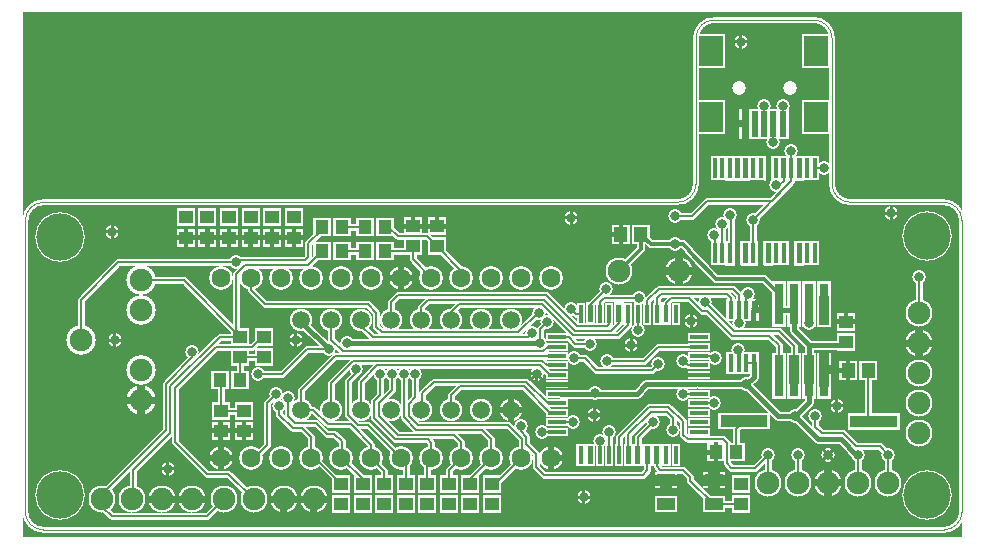
<source format=gbr>
%FSLAX34Y34*%
%MOMM*%
%LNCOPPER_TOP*%
G71*
G01*
%ADD10R, 0.80X1.90*%
%ADD11R, 1.90X0.80*%
%ADD12C, 0.80*%
%ADD13R, 4.40X1.40*%
%ADD14R, 1.20X2.80*%
%ADD15R, 0.85X1.90*%
%ADD16C, 1.90*%
%ADD17R, 1.50X1.60*%
%ADD18C, 0.60*%
%ADD19C, 1.20*%
%ADD20R, 1.60X1.50*%
%ADD21R, 1.90X1.40*%
%ADD22C, 0.50*%
%ADD23C, 1.00*%
%ADD24C, 2.00*%
%ADD25C, 2.50*%
%ADD26C, 2.50*%
%ADD27C, 4.20*%
%ADD28C, 2.30*%
%ADD29C, 0.40*%
%ADD30R, 0.80X2.10*%
%ADD31R, 2.40X2.90*%
%ADD32C, 1.20*%
%ADD33R, 1.00X2.60*%
%ADD34R, 1.20X3.90*%
%ADD35C, 2.30*%
%ADD36C, 0.70*%
%ADD37C, 0.45*%
%ADD38C, 0.37*%
%ADD39C, 0.27*%
%ADD40C, 0.53*%
%ADD41C, 0.63*%
%ADD42R, 0.40X1.50*%
%ADD43R, 1.50X0.40*%
%ADD44R, 4.00X1.00*%
%ADD45R, 0.80X2.40*%
%ADD46R, 0.45X1.50*%
%ADD47C, 1.50*%
%ADD48R, 1.10X1.20*%
%ADD49C, 0.20*%
%ADD50C, 0.80*%
%ADD51R, 1.20X1.10*%
%ADD52R, 1.50X1.00*%
%ADD53C, 0.10*%
%ADD54C, 1.60*%
%ADD55C, 1.90*%
%ADD56C, 1.90*%
%ADD57C, 4.00*%
%ADD58R, 0.40X1.70*%
%ADD59R, 2.00X2.50*%
%ADD60R, 0.60X2.20*%
%ADD61R, 0.80X3.50*%
%ADD62C, 1.90*%
%ADD63C, 0.30*%
%LPD*%
G36*
X0Y1000000D02*
X795000Y1000000D01*
X795000Y556000D01*
X0Y556000D01*
X0Y1000000D01*
G37*
%LPC*%
G36*
X468062Y634612D02*
X476061Y634613D01*
X476062Y615613D01*
X468062Y615612D01*
X468062Y634612D01*
G37*
X472062Y745113D02*
G54D10*
D03*
G36*
X476062Y634612D02*
X484062Y634613D01*
X484062Y615613D01*
X476062Y615612D01*
X476062Y634612D01*
G37*
G36*
X476062Y754612D02*
X484062Y754613D01*
X484062Y735613D01*
X476062Y735612D01*
X476062Y754612D01*
G37*
X488062Y625113D02*
G54D10*
D03*
X488062Y745113D02*
G54D10*
D03*
X496062Y625113D02*
G54D10*
D03*
X496062Y745113D02*
G54D10*
D03*
X504062Y625113D02*
G54D10*
D03*
G36*
X500062Y754612D02*
X508062Y754613D01*
X508062Y735613D01*
X500062Y735612D01*
X500062Y754612D01*
G37*
G36*
X508061Y634612D02*
X516061Y634613D01*
X516062Y615613D01*
X508062Y615612D01*
X508061Y634612D01*
G37*
X512062Y745113D02*
G54D10*
D03*
G36*
X516062Y634612D02*
X524062Y634613D01*
X524062Y615613D01*
X516062Y615612D01*
X516062Y634612D01*
G37*
X520062Y745113D02*
G54D10*
D03*
G36*
X524062Y634612D02*
X532062Y634613D01*
X532062Y615613D01*
X524062Y615612D01*
X524062Y634612D01*
G37*
X528062Y745113D02*
G54D10*
D03*
G36*
X532061Y634612D02*
X540061Y634613D01*
X540063Y615613D01*
X532063Y615612D01*
X532061Y634612D01*
G37*
X536062Y745113D02*
G54D10*
D03*
G36*
X540061Y634612D02*
X548061Y634613D01*
X548062Y615613D01*
X540062Y615612D01*
X540061Y634612D01*
G37*
G36*
X540062Y754613D02*
X548062Y754613D01*
X548062Y735613D01*
X540062Y735613D01*
X540062Y754613D01*
G37*
X552062Y625113D02*
G54D10*
D03*
X552062Y745113D02*
G54D10*
D03*
X452062Y645113D02*
G54D11*
D03*
X572062Y645113D02*
G54D11*
D03*
X452062Y653113D02*
G54D11*
D03*
X572062Y653112D02*
G54D11*
D03*
X452062Y661113D02*
G54D11*
D03*
X572062Y661113D02*
G54D11*
D03*
X452062Y669112D02*
G54D11*
D03*
X572062Y669113D02*
G54D11*
D03*
X452062Y677113D02*
G54D11*
D03*
X572062Y677113D02*
G54D11*
D03*
X452062Y685113D02*
G54D11*
D03*
X572062Y685113D02*
G54D11*
D03*
X452062Y693112D02*
G54D11*
D03*
X572062Y693113D02*
G54D11*
D03*
X452062Y701113D02*
G54D11*
D03*
X572062Y701113D02*
G54D11*
D03*
X452062Y709113D02*
G54D11*
D03*
X572062Y709113D02*
G54D11*
D03*
X452062Y717112D02*
G54D11*
D03*
X572062Y717113D02*
G54D11*
D03*
X452062Y725113D02*
G54D11*
D03*
X572062Y725113D02*
G54D11*
D03*
G54D12*
X455131Y677169D02*
X519424Y677169D01*
X527362Y685106D01*
X568637Y685106D01*
X452066Y685115D02*
G54D11*
D03*
X572062Y693113D02*
G54D11*
D03*
X610225Y653785D02*
G54D13*
D03*
G36*
X697762Y660691D02*
X741762Y660692D01*
X741762Y646692D01*
X697762Y646691D01*
X697762Y660691D01*
G37*
X639705Y697754D02*
G54D14*
D03*
G36*
X646404Y711754D02*
X658404Y711754D01*
X658405Y683754D01*
X646405Y683754D01*
X646404Y711754D01*
G37*
G36*
X659104Y711754D02*
X671104Y711754D01*
X671105Y683754D01*
X659105Y683754D01*
X659104Y711754D01*
G37*
X677805Y697754D02*
G54D14*
D03*
G36*
X671805Y761754D02*
X683805Y761754D01*
X683805Y733754D01*
X671805Y733754D01*
X671805Y761754D01*
G37*
X665105Y747754D02*
G54D14*
D03*
X652405Y747754D02*
G54D14*
D03*
X639705Y747754D02*
G54D14*
D03*
X618233Y748029D02*
G54D15*
D03*
X611883Y748029D02*
G54D15*
D03*
X605533Y748029D02*
G54D15*
D03*
X599183Y748029D02*
G54D15*
D03*
X618233Y703182D02*
G54D15*
D03*
X611883Y703182D02*
G54D15*
D03*
X605533Y703182D02*
G54D15*
D03*
X599183Y703182D02*
G54D15*
D03*
X235197Y663507D02*
G54D16*
D03*
X260597Y663507D02*
G54D16*
D03*
X235197Y739707D02*
G54D16*
D03*
X285997Y663508D02*
G54D16*
D03*
X260597Y739707D02*
G54D16*
D03*
X285997Y739707D02*
G54D16*
D03*
X311397Y739707D02*
G54D16*
D03*
X311397Y663507D02*
G54D16*
D03*
X336797Y663507D02*
G54D16*
D03*
X336797Y739707D02*
G54D16*
D03*
X362197Y663507D02*
G54D16*
D03*
X362197Y739707D02*
G54D16*
D03*
X387597Y663507D02*
G54D16*
D03*
X387597Y739707D02*
G54D16*
D03*
X412997Y663507D02*
G54D16*
D03*
X412997Y739707D02*
G54D16*
D03*
X618234Y748025D02*
G54D15*
D03*
X677802Y697756D02*
G54D14*
D03*
X412995Y663504D02*
G54D16*
D03*
X698102Y696912D02*
G54D17*
D03*
G36*
X707602Y704912D02*
X722602Y704912D01*
X722602Y688912D01*
X707602Y688912D01*
X707602Y704912D01*
G37*
X586581Y627459D02*
G54D17*
D03*
X603581Y627459D02*
G54D17*
D03*
G36*
X690599Y704907D02*
X705599Y704908D01*
X705599Y688908D01*
X690599Y688907D01*
X690599Y704907D01*
G37*
X586584Y627455D02*
G54D17*
D03*
G54D18*
X496062Y745113D02*
X495999Y736506D01*
X494109Y734616D01*
X468312Y734616D01*
X442119Y760809D01*
X317500Y760809D01*
X311547Y754856D01*
X311547Y742636D01*
X311397Y742486D01*
G54D18*
X504062Y745113D02*
X503999Y736965D01*
X497681Y730647D01*
X466725Y730647D01*
X440531Y756841D01*
X342900Y756841D01*
X336947Y750888D01*
X336947Y742636D01*
X336797Y742486D01*
G54D18*
X512062Y745113D02*
X511999Y735440D01*
X503238Y726678D01*
X465138Y726678D01*
X438944Y752872D01*
X369094Y752872D01*
X362347Y746125D01*
X362347Y741048D01*
X362197Y740898D01*
G54D18*
X452062Y709113D02*
X263422Y709113D01*
X234950Y680641D01*
X234950Y663754D01*
X235197Y663507D01*
G54D18*
X260597Y739707D02*
X260597Y722860D01*
X270272Y713184D01*
X439738Y713184D01*
X443706Y717153D01*
X452021Y717153D01*
X452062Y717112D01*
G54D18*
X452062Y701113D02*
X443078Y701113D01*
X438944Y705247D01*
X279400Y705247D01*
X260747Y686594D01*
X260747Y663658D01*
X260597Y663507D01*
G54D18*
X452062Y693112D02*
X445522Y693112D01*
X437356Y701278D01*
X299244Y701278D01*
X285353Y687388D01*
X285353Y664151D01*
X285997Y663508D01*
X519906Y731441D02*
G54D19*
D03*
G54D18*
X520062Y745113D02*
X520062Y731596D01*
X519906Y731441D01*
G54D18*
X452062Y669112D02*
X443725Y669112D01*
X425450Y687388D01*
X347266Y687388D01*
X337344Y677466D01*
X337344Y664054D01*
X336797Y663507D01*
G54D18*
X452062Y661113D02*
X446169Y661113D01*
X423862Y683419D01*
X369491Y683419D01*
X362347Y676275D01*
X362347Y663658D01*
X362197Y663507D01*
X258762Y714772D02*
G54D19*
D03*
X273844Y719931D02*
G54D19*
D03*
X436959Y720328D02*
G54D19*
D03*
X484188Y677466D02*
G54D19*
D03*
G54D12*
X235197Y739707D02*
X235197Y738338D01*
X258762Y714772D01*
G54D12*
X273844Y719931D02*
X436562Y719931D01*
X436959Y720328D01*
G54D18*
X528062Y745113D02*
X528062Y756265D01*
X537766Y765969D01*
X600869Y765969D01*
X606028Y760809D01*
X606028Y752889D01*
X605533Y748029D01*
X521097Y758428D02*
G54D19*
D03*
G54D18*
X488062Y745113D02*
X488062Y754762D01*
X491728Y758428D01*
X521097Y758428D01*
G54D18*
X536062Y745113D02*
X536062Y757915D01*
X540147Y762000D01*
X595312Y762000D01*
X598884Y758428D01*
X598884Y748328D01*
X599183Y748029D01*
G54D12*
X639705Y747754D02*
X652405Y747754D01*
X652405Y731498D01*
X665162Y718741D01*
X665162Y697812D01*
X665105Y697754D01*
X605631Y737394D02*
G54D19*
D03*
X665162Y737394D02*
G54D19*
D03*
G54D18*
X652405Y697754D02*
X652405Y717608D01*
X639762Y730250D01*
X601266Y730250D01*
X577056Y754459D01*
X577056Y754459D02*
G54D19*
D03*
G54D18*
X544062Y745113D02*
X544062Y753612D01*
X548481Y758031D01*
X563562Y758031D01*
X574675Y746919D01*
X579041Y746919D01*
X599678Y726281D01*
X631428Y726281D01*
X639366Y718344D01*
X639366Y698093D01*
X639705Y697754D01*
G54D12*
X572062Y685113D02*
X612088Y685113D01*
X618331Y691356D01*
X618331Y703084D01*
X618233Y703182D01*
X605234Y713978D02*
G54D19*
D03*
X430212Y728266D02*
G54D19*
D03*
X465931Y707231D02*
G54D19*
D03*
G54D18*
X285997Y739707D02*
X285997Y734766D01*
X295672Y725091D01*
X427038Y725091D01*
X430212Y728266D01*
X585788Y707231D02*
G54D19*
D03*
X558403Y705247D02*
G54D19*
D03*
G54D18*
X572062Y701113D02*
X562537Y701113D01*
X558403Y705247D01*
G54D18*
X572062Y709113D02*
X583906Y709113D01*
X585788Y707231D01*
X719762Y653692D02*
G54D19*
D03*
X610225Y653785D02*
G54D19*
D03*
G54D18*
X603581Y627459D02*
X603581Y647142D01*
X610225Y653785D01*
X696681Y738354D02*
G54D20*
D03*
X696681Y721354D02*
G54D20*
D03*
X696677Y738351D02*
G54D20*
D03*
G54D12*
X665162Y718741D02*
X694069Y718741D01*
X696681Y721354D01*
X612088Y685113D02*
G54D19*
D03*
X463947Y749300D02*
G54D19*
D03*
X479822Y719534D02*
G54D19*
D03*
G54D18*
X479822Y719534D02*
X467122Y719534D01*
X461566Y725091D01*
X452084Y725091D01*
X452062Y725113D01*
G54D18*
X472062Y745113D02*
X468134Y745113D01*
X463947Y749300D01*
G54D18*
X715102Y696912D02*
X715102Y658351D01*
X719762Y653692D01*
X732056Y625741D02*
G54D19*
D03*
X706656Y625741D02*
G54D19*
D03*
X681256Y625741D02*
G54D19*
D03*
X655856Y625741D02*
G54D19*
D03*
X630456Y625741D02*
G54D19*
D03*
X533400Y653653D02*
G54D19*
D03*
G54D18*
X520062Y625113D02*
X520062Y640315D01*
X533400Y653653D01*
X550069Y646509D02*
G54D19*
D03*
G54D18*
X512062Y625112D02*
X512062Y643030D01*
X531019Y661988D01*
X544512Y661988D01*
X550069Y656431D01*
X550069Y646509D01*
X670256Y658416D02*
G54D19*
D03*
X653256Y658416D02*
G54D19*
D03*
G54D18*
X670256Y658416D02*
X670256Y649353D01*
X675878Y643731D01*
X694134Y643731D01*
X705247Y632619D01*
X725178Y632619D01*
X732056Y625741D01*
G54D12*
X706656Y625741D02*
X704584Y625741D01*
X691753Y638572D01*
X673100Y638572D01*
X653256Y658416D01*
X514747Y718344D02*
G54D19*
D03*
X584477Y603744D02*
G54D21*
D03*
X584474Y583502D02*
G54D21*
D03*
X543994Y603749D02*
G54D21*
D03*
X543993Y583502D02*
G54D21*
D03*
X465534Y653256D02*
G54D19*
D03*
G54D18*
X452062Y653113D02*
X465391Y653113D01*
X465534Y653256D01*
X281781Y698103D02*
G54D19*
D03*
X434580Y694140D02*
G54D19*
D03*
G54D18*
X281781Y698103D02*
X281781Y695722D01*
G54D22*
G75*
G01X17066Y839391D02*
G03X1588Y823913I0J-15478D01*
G01*
G54D22*
X17066Y839391D02*
X553894Y839371D01*
G54D22*
X1588Y823913D02*
X1444Y577433D01*
G54D22*
G75*
G01X1444Y577433D02*
G03X16922Y561955I15478J0D01*
G01*
G54D22*
G75*
G01X794544Y823913D02*
G03X779066Y839391I-15478J0D01*
G01*
G54D22*
X794544Y823913D02*
X794689Y577433D01*
G54D22*
G75*
G01X779211Y561955D02*
G03X794689Y577433I0J15478D01*
G01*
G54D22*
X16922Y561955D02*
X779211Y561955D01*
X677805Y747754D02*
G54D19*
D03*
X492919Y765572D02*
G54D19*
D03*
G54D18*
X480062Y745113D02*
X480062Y752715D01*
X492919Y765572D01*
X613114Y761645D02*
G54D19*
D03*
G54D23*
X611883Y748029D02*
X611883Y760414D01*
X613114Y761645D01*
G54D18*
X504062Y625113D02*
X504062Y640984D01*
X529431Y666353D01*
X546100Y666353D01*
X558403Y654050D01*
X558403Y642541D01*
X562372Y638572D01*
X592138Y638572D01*
X595312Y635397D01*
X595312Y618331D01*
X599281Y614362D01*
X619077Y614362D01*
X630456Y625741D01*
X446825Y622969D02*
G54D24*
D03*
X421425Y622969D02*
G54D24*
D03*
X396025Y622969D02*
G54D24*
D03*
X370625Y622969D02*
G54D24*
D03*
X446825Y775369D02*
G54D24*
D03*
X421425Y775369D02*
G54D24*
D03*
X396025Y775369D02*
G54D24*
D03*
X370625Y775369D02*
G54D24*
D03*
X345225Y622969D02*
G54D24*
D03*
X345225Y775369D02*
G54D24*
D03*
X319825Y622969D02*
G54D24*
D03*
X294425Y622969D02*
G54D24*
D03*
X319825Y775369D02*
G54D24*
D03*
X294425Y775369D02*
G54D24*
D03*
X269025Y622969D02*
G54D24*
D03*
X269025Y775369D02*
G54D24*
D03*
X243625Y622969D02*
G54D24*
D03*
X243625Y775369D02*
G54D24*
D03*
X218225Y622969D02*
G54D24*
D03*
X218225Y775369D02*
G54D24*
D03*
X192825Y775369D02*
G54D24*
D03*
X167425Y775369D02*
G54D24*
D03*
X192825Y622969D02*
G54D24*
D03*
X167425Y622969D02*
G54D24*
D03*
X446821Y622971D02*
G54D24*
D03*
X167420Y622968D02*
G54D24*
D03*
X281781Y698103D02*
G54D19*
D03*
X302022Y694134D02*
G54D19*
D03*
X311944Y694134D02*
G54D19*
D03*
X321866Y694134D02*
G54D19*
D03*
X331788Y694134D02*
G54D19*
D03*
G54D18*
X281781Y698103D02*
X281781Y695722D01*
X223838Y673894D02*
G54D19*
D03*
G54D18*
X331788Y694134D02*
X331788Y674291D01*
X326231Y668734D01*
X326231Y658416D01*
X334169Y650478D01*
X410369Y650478D01*
X421878Y638969D01*
X421878Y623422D01*
X421425Y622969D01*
G54D18*
X321866Y694134D02*
X321866Y657225D01*
X332581Y646509D01*
X388144Y646509D01*
X396081Y638572D01*
X396081Y623025D01*
X396025Y622969D01*
G54D18*
X311944Y694134D02*
X311944Y680244D01*
X300831Y669131D01*
X300831Y658416D01*
X316706Y642541D01*
X364728Y642541D01*
X370681Y636588D01*
X370681Y623026D01*
X370625Y622969D01*
G54D18*
X302022Y694134D02*
X302022Y676275D01*
X296862Y671116D01*
X296862Y656431D01*
X314722Y638572D01*
X342106Y638572D01*
X345281Y635397D01*
X345281Y623026D01*
X345225Y622969D01*
G54D18*
X281781Y698103D02*
X281781Y694928D01*
X275034Y688181D01*
X275034Y658812D01*
X282972Y650875D01*
X291919Y650875D01*
X319825Y622969D01*
G54D18*
X235197Y663507D02*
X245336Y663507D01*
X257572Y651272D01*
X277019Y651272D01*
X294481Y633809D01*
X294481Y623026D01*
X294425Y622969D01*
G54D18*
X223838Y673894D02*
X223838Y658416D01*
X230188Y652066D01*
X248047Y652066D01*
X256778Y643334D01*
X263128Y643334D01*
X269478Y636984D01*
X269478Y623422D01*
X269025Y622969D01*
X438944Y644922D02*
G54D19*
D03*
G54D18*
X440134Y644922D02*
X451871Y644922D01*
X452062Y645113D01*
X496094Y644525D02*
G54D19*
D03*
X488156Y637381D02*
G54D19*
D03*
G54D18*
X488156Y637381D02*
X488156Y625207D01*
X488062Y625113D01*
G54D18*
X496094Y644525D02*
X496094Y625144D01*
X496062Y625113D01*
G54D18*
X611883Y703182D02*
X618233Y703182D01*
X493712Y705247D02*
G54D19*
D03*
X436166Y745728D02*
G54D19*
D03*
G54D18*
X436166Y745728D02*
X435769Y745728D01*
X419100Y729059D01*
X303212Y729059D01*
X298847Y733425D01*
X298847Y745728D01*
X291703Y752872D01*
X204391Y752872D01*
X192484Y764778D01*
X192484Y775028D01*
X192825Y775369D01*
X421084Y650081D02*
G54D19*
D03*
G54D18*
X421084Y650081D02*
X421084Y645319D01*
X425847Y640556D01*
X425847Y634603D01*
X434181Y626269D01*
X434181Y614759D01*
X440531Y608409D01*
X524272Y608409D01*
X528241Y612378D01*
X528241Y624934D01*
X528062Y625112D01*
X319821Y775371D02*
G54D24*
D03*
X166853Y662946D02*
G54D20*
D03*
X166853Y645946D02*
G54D20*
D03*
X216297Y666750D02*
G54D19*
D03*
G54D18*
X243625Y622969D02*
X243625Y640613D01*
X236141Y648097D01*
X227806Y648097D01*
X216297Y659606D01*
X216297Y666750D01*
X186696Y662946D02*
G54D20*
D03*
X186696Y645946D02*
G54D20*
D03*
X166851Y645951D02*
G54D20*
D03*
X186696Y645946D02*
G54D20*
D03*
X186696Y662946D02*
G54D19*
D03*
G54D18*
X186696Y662946D02*
X166853Y662946D01*
X183291Y688974D02*
G54D17*
D03*
X166291Y688975D02*
G54D17*
D03*
G54D18*
X166853Y662946D02*
X166853Y688412D01*
X166291Y688974D01*
X203762Y708653D02*
G54D20*
D03*
X203763Y725653D02*
G54D20*
D03*
X183125Y708653D02*
G54D20*
D03*
X183125Y725653D02*
G54D20*
D03*
G54D18*
X183291Y688974D02*
X183291Y708487D01*
X183125Y708653D01*
X203762Y708653D01*
G36*
X498118Y820007D02*
X513118Y820007D01*
X513119Y804007D01*
X498119Y804007D01*
X498118Y820007D01*
G37*
G36*
X515118Y820007D02*
X530118Y820007D01*
X530119Y804007D01*
X515119Y804007D01*
X515118Y820007D01*
G37*
X505621Y812002D02*
G54D17*
D03*
X99682Y671508D02*
G54D25*
D03*
X99693Y696913D02*
G54D25*
D03*
X99693Y747713D02*
G54D26*
D03*
X99688Y773111D02*
G54D25*
D03*
X99693Y747716D02*
G54D25*
D03*
X48883Y722321D02*
G54D25*
D03*
X350209Y818918D02*
G54D20*
D03*
X350209Y801918D02*
G54D20*
D03*
X329572Y818918D02*
G54D20*
D03*
X329572Y801918D02*
G54D20*
D03*
G54D18*
X370625Y775369D02*
X370625Y781502D01*
X350209Y801918D01*
G54D18*
X329572Y801918D02*
X329572Y791022D01*
X345225Y775369D01*
X329571Y818918D02*
G54D20*
D03*
X350209Y818918D02*
G54D20*
D03*
X306478Y818541D02*
G54D17*
D03*
X289478Y818541D02*
G54D17*
D03*
X306478Y798300D02*
G54D17*
D03*
X289478Y798300D02*
G54D17*
D03*
G54D18*
X306478Y798300D02*
X325954Y798300D01*
X329572Y801918D01*
G54D18*
X306478Y818541D02*
X308584Y818541D01*
X316706Y810419D01*
X341709Y810419D01*
X350209Y801918D01*
X269568Y818541D02*
G54D17*
D03*
X252568Y818541D02*
G54D17*
D03*
X269568Y798300D02*
G54D17*
D03*
X252568Y798300D02*
G54D17*
D03*
G54D18*
X289478Y818541D02*
X269568Y818541D01*
G54D18*
X269568Y798300D02*
X289478Y798300D01*
X180181Y788591D02*
G54D19*
D03*
X203763Y725653D02*
G54D19*
D03*
X30956Y810022D02*
G54D27*
D03*
G54D18*
X605533Y703182D02*
X605533Y713679D01*
X605234Y713978D01*
X442912Y738188D02*
G54D19*
D03*
G54D18*
X436959Y720328D02*
X436959Y732234D01*
X442912Y738188D01*
X536972Y702072D02*
G54D19*
D03*
G54D18*
X572062Y717113D02*
X536931Y717113D01*
X525066Y705247D01*
X493712Y705247D01*
G54D18*
X465931Y707231D02*
X475059Y707231D01*
X484981Y697309D01*
X532209Y697309D01*
X536972Y702072D01*
X630454Y601929D02*
G54D28*
D03*
X655856Y601928D02*
G54D28*
D03*
X681254Y601929D02*
G54D28*
D03*
X706656Y601928D02*
G54D28*
D03*
X732056Y601928D02*
G54D28*
D03*
G54D18*
X630456Y625741D02*
X630454Y601929D01*
G54D18*
X655856Y625741D02*
X655856Y601928D01*
G54D18*
X706656Y625741D02*
X706656Y601928D01*
G54D18*
X732056Y625741D02*
X732056Y601928D01*
X558403Y677069D02*
G54D19*
D03*
G54D18*
X572062Y677113D02*
X558447Y677113D01*
X558403Y677069D01*
X584597Y669131D02*
G54D19*
D03*
G54D18*
X572062Y669113D02*
X584578Y669113D01*
X584597Y669131D01*
X396644Y600638D02*
G54D20*
D03*
X396644Y583638D02*
G54D20*
D03*
X378387Y600638D02*
G54D20*
D03*
X378387Y583638D02*
G54D20*
D03*
X360131Y600638D02*
G54D20*
D03*
X360131Y583638D02*
G54D20*
D03*
X341875Y600638D02*
G54D20*
D03*
X341875Y583638D02*
G54D20*
D03*
X323619Y600638D02*
G54D20*
D03*
X323619Y583638D02*
G54D20*
D03*
X305362Y600638D02*
G54D20*
D03*
X305362Y583638D02*
G54D20*
D03*
X287106Y600638D02*
G54D20*
D03*
X287106Y583638D02*
G54D20*
D03*
X268850Y600638D02*
G54D20*
D03*
X268850Y583638D02*
G54D20*
D03*
X396645Y583635D02*
G54D19*
D03*
X378389Y583635D02*
G54D19*
D03*
X360133Y583635D02*
G54D19*
D03*
X341877Y583635D02*
G54D19*
D03*
X323620Y583635D02*
G54D19*
D03*
X305364Y583635D02*
G54D19*
D03*
X287108Y583635D02*
G54D19*
D03*
X268852Y583635D02*
G54D19*
D03*
G54D18*
X305362Y600638D02*
X305362Y612031D01*
X294425Y622969D01*
G54D18*
X323619Y600638D02*
X323619Y619175D01*
X319825Y622969D01*
G54D18*
X341877Y600635D02*
X341877Y619621D01*
X345225Y622969D01*
G54D18*
X360133Y600635D02*
X360133Y612477D01*
X370625Y622969D01*
G54D18*
X287106Y600638D02*
X287106Y604888D01*
X269025Y622969D01*
G54D18*
X378387Y600638D02*
X378387Y605332D01*
X396025Y622969D01*
G54D18*
X536062Y625112D02*
X536062Y615669D01*
X538956Y612775D01*
X558403Y612775D01*
X564356Y606822D01*
X564356Y603619D01*
X584474Y583502D01*
X607781Y601034D02*
G54D20*
D03*
X607781Y584034D02*
G54D20*
D03*
X607781Y601034D02*
G54D19*
D03*
G54D18*
X607781Y584034D02*
X585006Y584034D01*
X584474Y583502D01*
X584477Y603744D02*
G54D19*
D03*
X228766Y826460D02*
G54D20*
D03*
X228766Y809460D02*
G54D20*
D03*
X210509Y826460D02*
G54D20*
D03*
X210509Y809460D02*
G54D20*
D03*
X192253Y826460D02*
G54D20*
D03*
X192253Y809460D02*
G54D20*
D03*
X173997Y826460D02*
G54D20*
D03*
X173997Y809460D02*
G54D20*
D03*
X155741Y826460D02*
G54D20*
D03*
X155741Y809460D02*
G54D20*
D03*
G54D18*
X183125Y725653D02*
X183125Y728100D01*
X180181Y731044D01*
X180181Y778669D01*
X187722Y786209D01*
X240477Y786209D01*
X252568Y798300D01*
G54D18*
X252568Y818541D02*
X252568Y815734D01*
X241300Y804466D01*
X241300Y792956D01*
X238522Y790178D01*
X181769Y790178D01*
X180181Y788591D01*
X137484Y826460D02*
G54D20*
D03*
X137484Y809460D02*
G54D20*
D03*
X214081Y676837D02*
G54D19*
D03*
G54D18*
X192825Y622969D02*
X195138Y622969D01*
X206375Y634206D01*
X206375Y669131D01*
X214081Y676837D01*
X142874Y587769D02*
G54D28*
D03*
X66675Y587772D02*
G54D28*
D03*
X92075Y587772D02*
G54D28*
D03*
X117474Y587769D02*
G54D28*
D03*
X30956Y591344D02*
G54D27*
D03*
X245662Y587769D02*
G54D28*
D03*
X169466Y587772D02*
G54D28*
D03*
X194866Y587772D02*
G54D28*
D03*
X220262Y587769D02*
G54D28*
D03*
X765175Y591344D02*
G54D27*
D03*
G54D29*
X243625Y622969D02*
X246519Y622969D01*
X268850Y600638D01*
G54D18*
X396644Y600638D02*
X399093Y600638D01*
X421425Y622969D01*
G54D18*
X183125Y725653D02*
X166059Y725653D01*
X124222Y683816D01*
X124222Y644128D01*
X92472Y612378D01*
X92472Y588168D01*
X92075Y587772D01*
G54D18*
X203762Y725653D02*
X201778Y725653D01*
X193278Y717153D01*
X163116Y717153D01*
X128191Y682228D01*
X128191Y636588D01*
X155575Y609203D01*
X173434Y609203D01*
X194866Y587772D01*
G54D18*
X66675Y587772D02*
X66675Y581422D01*
X74612Y573484D01*
X155178Y573484D01*
X169466Y587772D01*
X198206Y693903D02*
G54D19*
D03*
G54D18*
X198206Y693903D02*
X218843Y693903D01*
X239712Y714772D01*
X258762Y714772D01*
X142643Y712556D02*
G54D19*
D03*
G54D18*
X142643Y712556D02*
X142643Y708190D01*
X120253Y685800D01*
X120253Y646112D01*
X69056Y594916D01*
X69056Y590153D01*
X66675Y587772D01*
X765175Y810419D02*
G54D27*
D03*
X758100Y643725D02*
G54D28*
D03*
X758107Y669130D02*
G54D28*
D03*
X758107Y694530D02*
G54D28*
D03*
X758107Y719930D02*
G54D28*
D03*
X758103Y745329D02*
G54D28*
D03*
X758107Y719930D02*
G54D28*
D03*
X696681Y721354D02*
G54D19*
D03*
G54D18*
X99688Y773111D02*
X135666Y773111D01*
X183125Y725653D01*
G54D18*
X180181Y788591D02*
X80169Y788591D01*
X48419Y756841D01*
X48419Y722786D01*
X48883Y722321D01*
X230584Y722709D02*
G54D19*
D03*
X669732Y796085D02*
G54D30*
D03*
X663232Y796085D02*
G54D30*
D03*
G36*
X652731Y806585D02*
X660731Y806586D01*
X660732Y785586D01*
X652732Y785585D01*
X652731Y806585D01*
G37*
X650232Y796086D02*
G54D30*
D03*
X643732Y796085D02*
G54D30*
D03*
X637232Y796085D02*
G54D30*
D03*
G36*
X626731Y806585D02*
X634731Y806586D01*
X634732Y785586D01*
X626732Y785585D01*
X626731Y806585D01*
G37*
X624232Y796085D02*
G54D30*
D03*
G36*
X613731Y806585D02*
X621731Y806586D01*
X621732Y785586D01*
X613732Y785585D01*
X613731Y806585D01*
G37*
G36*
X607231Y806585D02*
X615231Y806586D01*
X615232Y785586D01*
X607232Y785585D01*
X607231Y806585D01*
G37*
X604732Y796085D02*
G54D30*
D03*
G36*
X594231Y806585D02*
X602231Y806586D01*
X602232Y785586D01*
X594232Y785585D01*
X594231Y806585D01*
G37*
X591732Y796085D02*
G54D30*
D03*
X585232Y796085D02*
G54D30*
D03*
X669732Y868085D02*
G54D30*
D03*
X663232Y868086D02*
G54D30*
D03*
G36*
X652731Y878585D02*
X660731Y878586D01*
X660732Y857586D01*
X652732Y857585D01*
X652731Y878585D01*
G37*
X650232Y868085D02*
G54D30*
D03*
G36*
X639731Y878585D02*
X647731Y878585D01*
X647732Y857585D01*
X639732Y857585D01*
X639731Y878585D01*
G37*
G36*
X633231Y878585D02*
X641231Y878586D01*
X641232Y857586D01*
X633232Y857585D01*
X633231Y878585D01*
G37*
G36*
X626731Y878585D02*
X634731Y878586D01*
X634732Y857586D01*
X626732Y857585D01*
X626731Y878585D01*
G37*
X624232Y868085D02*
G54D30*
D03*
X617732Y868085D02*
G54D30*
D03*
G36*
X607231Y878585D02*
X615231Y878586D01*
X615232Y857586D01*
X607232Y857585D01*
X607231Y878585D01*
G37*
G36*
X600731Y878585D02*
X608731Y878586D01*
X608732Y857586D01*
X600732Y857585D01*
X600731Y878585D01*
G37*
G36*
X594231Y878585D02*
X602231Y878586D01*
X602232Y857586D01*
X594232Y857585D01*
X594231Y878585D01*
G37*
X591732Y868085D02*
G54D30*
D03*
X585232Y868085D02*
G54D30*
D03*
X604731Y796088D02*
G54D30*
D03*
X630732Y868085D02*
G54D30*
D03*
X624237Y796077D02*
G54D30*
D03*
X671402Y967251D02*
G54D31*
D03*
X671402Y911688D02*
G54D31*
D03*
X582502Y911688D02*
G54D31*
D03*
X582502Y967251D02*
G54D31*
D03*
X649177Y936295D02*
G54D32*
D03*
X605521Y936295D02*
G54D32*
D03*
X642971Y905670D02*
G54D33*
D03*
X634971Y905670D02*
G54D33*
D03*
X626971Y905670D02*
G54D33*
D03*
X618971Y905670D02*
G54D33*
D03*
X610971Y905670D02*
G54D33*
D03*
G36*
X605971Y918670D02*
X615971Y918670D01*
X615971Y892670D01*
X605971Y892670D01*
X605971Y918670D01*
G37*
X627062Y920750D02*
G54D19*
D03*
G54D18*
X626971Y905670D02*
X626971Y920658D01*
X627062Y920750D01*
X635000Y890191D02*
G54D19*
D03*
G54D18*
X635000Y890191D02*
X635000Y905640D01*
X634971Y905670D01*
X584994Y812006D02*
G54D19*
D03*
X591741Y821134D02*
G54D19*
D03*
G54D18*
X591732Y796085D02*
X591732Y821126D01*
X591741Y821134D01*
G54D18*
X585232Y796085D02*
X585232Y811768D01*
X584994Y812006D01*
X598488Y828675D02*
G54D19*
D03*
G54D18*
X598628Y796085D02*
X598628Y828419D01*
X598884Y828675D01*
G54D18*
X650232Y868085D02*
X650232Y857004D01*
X617538Y824309D01*
X617538Y796280D01*
X617732Y796086D01*
X617538Y824309D02*
G54D19*
D03*
X650232Y796086D02*
G54D30*
D03*
X642938Y920750D02*
G54D19*
D03*
G54D18*
X642971Y905670D02*
X642971Y920717D01*
X642938Y920750D01*
X650081Y883047D02*
G54D19*
D03*
G54D18*
X650232Y868085D02*
X650232Y882896D01*
X650081Y883047D01*
G54D22*
G75*
G01X684466Y854849D02*
G03X699944Y839371I15478J0D01*
G01*
G54D22*
G75*
G01X553894Y839371D02*
G03X569372Y854849I0J15478D01*
G01*
X677805Y868007D02*
G54D19*
D03*
G54D18*
X669732Y868085D02*
X677727Y868085D01*
X677805Y868007D01*
X636927Y853720D02*
G54D19*
D03*
G54D18*
X636927Y853720D02*
X639804Y853720D01*
X643731Y857647D01*
X643732Y868085D01*
G54D22*
G75*
G01X584850Y993755D02*
G03X569372Y978277I0J-15478D01*
G01*
G54D22*
G75*
G01X684524Y978238D02*
G03X669046Y993716I-15478J0D01*
G01*
G54D22*
X779066Y839391D02*
X699944Y839371D01*
G54D22*
X584850Y993755D02*
X669006Y993755D01*
G54D22*
X569372Y978277D02*
X569372Y854849D01*
G54D22*
X684466Y854849D02*
X684466Y978180D01*
X684524Y978238D01*
X607219Y975122D02*
G54D19*
D03*
X463947Y826294D02*
G54D19*
D03*
X734616Y829866D02*
G54D19*
D03*
X483394Y659209D02*
G54D19*
D03*
X474266Y589359D02*
G54D19*
D03*
X77391Y722312D02*
G54D19*
D03*
X75009Y814388D02*
G54D19*
D03*
X122238Y613569D02*
G54D19*
D03*
X688578Y667147D02*
G54D19*
D03*
X137486Y826457D02*
G54D19*
D03*
X155742Y826457D02*
G54D19*
D03*
X173997Y826460D02*
G54D19*
D03*
X192255Y826457D02*
G54D19*
D03*
X210511Y826457D02*
G54D19*
D03*
X228767Y826457D02*
G54D19*
D03*
X137486Y809457D02*
G54D20*
D03*
X155740Y809460D02*
G54D20*
D03*
X173997Y809460D02*
G54D20*
D03*
X192253Y809460D02*
G54D20*
D03*
X210509Y809460D02*
G54D20*
D03*
X228766Y809460D02*
G54D20*
D03*
X565547Y738981D02*
G54D19*
D03*
X551656Y803672D02*
G54D19*
D03*
X551656Y827881D02*
G54D19*
D03*
G54D18*
X551656Y827881D02*
X565944Y827881D01*
X578644Y840581D01*
X633809Y840581D01*
X650232Y857004D01*
X758182Y776307D02*
G54D19*
D03*
G54D18*
X758103Y745329D02*
X758103Y776227D01*
X758182Y776307D01*
G54D12*
X665105Y697754D02*
X665105Y670264D01*
X653256Y658416D01*
G54D12*
X653256Y658416D02*
X638784Y658416D01*
X612088Y685113D01*
X639762Y692150D02*
G54D34*
D03*
X652462Y692150D02*
G54D34*
D03*
X665162Y692150D02*
G54D34*
D03*
X677862Y692547D02*
G54D34*
D03*
X639762Y753269D02*
G54D34*
D03*
X652462Y753269D02*
G54D34*
D03*
X665162Y753269D02*
G54D34*
D03*
X677862Y753269D02*
G54D34*
D03*
X554829Y781051D02*
G54D35*
D03*
X503832Y781050D02*
G54D35*
D03*
G54D36*
X522618Y812007D02*
X522618Y799838D01*
X503832Y781050D01*
G54D36*
X639762Y753269D02*
X639762Y761603D01*
X626666Y774700D01*
X586184Y774700D01*
X563166Y797719D01*
X563166Y799306D01*
X558800Y803672D01*
X551656Y803672D01*
G54D36*
X551656Y803672D02*
X530953Y803672D01*
X522618Y812007D01*
%LPD*%
G54D29*
G36*
X452066Y687115D02*
X462066Y687115D01*
X462066Y683115D01*
X452066Y683115D01*
X452066Y687115D01*
G37*
G36*
X452066Y683115D02*
X442066Y683115D01*
X442066Y687115D01*
X452066Y687115D01*
X452066Y683115D01*
G37*
G54D29*
G36*
X572062Y695113D02*
X582062Y695112D01*
X582062Y691112D01*
X572062Y691113D01*
X572062Y695113D01*
G37*
G36*
X572062Y691113D02*
X562062Y691113D01*
X562062Y695113D01*
X572062Y695113D01*
X572062Y691113D01*
G37*
G54D37*
G36*
X620484Y748025D02*
X620484Y738025D01*
X615984Y738025D01*
X615984Y748025D01*
X620484Y748025D01*
G37*
G36*
X616180Y748944D02*
X620634Y758900D01*
X624742Y757063D01*
X620288Y747106D01*
X616180Y748944D01*
G37*
G36*
X618234Y750275D02*
X622984Y750275D01*
X622984Y745775D01*
X618234Y745775D01*
X618234Y750275D01*
G37*
G54D12*
G36*
X673802Y697756D02*
X673802Y712256D01*
X681802Y712256D01*
X681802Y697756D01*
X673802Y697756D01*
G37*
G36*
X677802Y701756D02*
X684302Y701756D01*
X684302Y693756D01*
X677802Y693756D01*
X677802Y701756D01*
G37*
G36*
X681802Y697756D02*
X681802Y683256D01*
X673802Y683256D01*
X673802Y697756D01*
X681802Y697756D01*
G37*
G54D22*
G36*
X412995Y661004D02*
X402995Y661004D01*
X402995Y666004D01*
X412995Y666004D01*
X412995Y661004D01*
G37*
G36*
X410495Y663504D02*
X410495Y673504D01*
X415495Y673504D01*
X415495Y663504D01*
X410495Y663504D01*
G37*
G36*
X412995Y666004D02*
X422995Y666004D01*
X422995Y661004D01*
X412995Y661004D01*
X412995Y666004D01*
G37*
G36*
X415495Y663504D02*
X415495Y653504D01*
X410495Y653504D01*
X410495Y663504D01*
X415495Y663504D01*
G37*
G54D38*
G36*
X696265Y696908D02*
X696265Y705408D01*
X699932Y705408D01*
X699932Y696908D01*
X696265Y696908D01*
G37*
G36*
X699932Y696908D02*
X699932Y688408D01*
X696265Y688408D01*
X696265Y696908D01*
X699932Y696908D01*
G37*
G36*
X698099Y695074D02*
X690099Y695074D01*
X690099Y698741D01*
X698099Y698741D01*
X698099Y695074D01*
G37*
G54D38*
G36*
X584750Y627455D02*
X584750Y635955D01*
X588417Y635955D01*
X588417Y627455D01*
X584750Y627455D01*
G37*
G36*
X588417Y627455D02*
X588417Y618955D01*
X584750Y618955D01*
X584750Y627455D01*
X588417Y627455D01*
G37*
G36*
X586584Y625622D02*
X578584Y625622D01*
X578584Y629288D01*
X586584Y629288D01*
X586584Y625622D01*
G37*
G54D38*
G36*
X696677Y740184D02*
X705177Y740184D01*
X705177Y736518D01*
X696677Y736518D01*
X696677Y740184D01*
G37*
G36*
X696677Y736518D02*
X688177Y736518D01*
X688177Y740184D01*
X696677Y740184D01*
X696677Y736518D01*
G37*
G36*
X694844Y738351D02*
X694844Y746351D01*
X698510Y746351D01*
X698510Y738351D01*
X694844Y738351D01*
G37*
G54D39*
G36*
X682199Y626684D02*
X686795Y622088D01*
X684909Y620202D01*
X680313Y624798D01*
X682199Y626684D01*
G37*
G36*
X682199Y624798D02*
X677602Y620202D01*
X675717Y622088D01*
X680313Y626684D01*
X682199Y624798D01*
G37*
G36*
X680313Y624798D02*
X675717Y629394D01*
X677602Y631280D01*
X682199Y626684D01*
X680313Y624798D01*
G37*
G36*
X680313Y626684D02*
X684909Y631280D01*
X686795Y629394D01*
X682199Y624798D01*
X680313Y626684D01*
G37*
G54D39*
G36*
X513414Y718344D02*
X513414Y724844D01*
X516080Y724844D01*
X516080Y718344D01*
X513414Y718344D01*
G37*
G36*
X514747Y719677D02*
X521247Y719677D01*
X521247Y717010D01*
X514747Y717010D01*
X514747Y719677D01*
G37*
G36*
X516080Y718344D02*
X516080Y711844D01*
X513414Y711844D01*
X513414Y718344D01*
X516080Y718344D01*
G37*
G36*
X514747Y717010D02*
X508247Y717010D01*
X508247Y719677D01*
X514747Y719677D01*
X514747Y717010D01*
G37*
G54D23*
G36*
X584477Y608744D02*
X594477Y608744D01*
X594477Y598744D01*
X584477Y598744D01*
X584477Y608744D01*
G37*
G36*
X589477Y603744D02*
X589477Y596244D01*
X579477Y596244D01*
X579477Y603744D01*
X589477Y603744D01*
G37*
G36*
X584477Y598744D02*
X574477Y598744D01*
X574477Y608744D01*
X584477Y608744D01*
X584477Y598744D01*
G37*
G36*
X579477Y603744D02*
X579477Y611244D01*
X589477Y611244D01*
X589477Y603744D01*
X579477Y603744D01*
G37*
G54D23*
G36*
X543994Y608749D02*
X553994Y608750D01*
X553994Y598750D01*
X543994Y598749D01*
X543994Y608749D01*
G37*
G36*
X548994Y603749D02*
X548994Y596249D01*
X538994Y596249D01*
X538994Y603749D01*
X548994Y603749D01*
G37*
G36*
X543994Y598749D02*
X533994Y598749D01*
X533994Y608749D01*
X543994Y608749D01*
X543994Y598749D01*
G37*
G54D39*
G36*
X435523Y695083D02*
X440119Y690487D01*
X438233Y688601D01*
X433637Y693197D01*
X435523Y695083D01*
G37*
G36*
X435913Y694140D02*
X435913Y687640D01*
X433247Y687640D01*
X433247Y694140D01*
X435913Y694140D01*
G37*
G36*
X435523Y693197D02*
X430927Y688601D01*
X429041Y690487D01*
X433637Y695083D01*
X435523Y693197D01*
G37*
G36*
X434580Y692807D02*
X428080Y692807D01*
X428080Y695473D01*
X434580Y695473D01*
X434580Y692807D01*
G37*
G54D40*
G36*
X446821Y625638D02*
X457321Y625638D01*
X457321Y620305D01*
X446821Y620305D01*
X446821Y625638D01*
G37*
G36*
X449488Y622971D02*
X449488Y612471D01*
X444155Y612471D01*
X444155Y622971D01*
X449488Y622971D01*
G37*
G36*
X444155Y622971D02*
X444155Y633471D01*
X449488Y633471D01*
X449488Y622971D01*
X444155Y622971D01*
G37*
G54D40*
G36*
X167420Y625635D02*
X177920Y625635D01*
X177920Y620302D01*
X167420Y620302D01*
X167420Y625635D01*
G37*
G36*
X170087Y622968D02*
X170087Y612468D01*
X164753Y612468D01*
X164753Y622968D01*
X170087Y622968D01*
G37*
G36*
X167420Y620302D02*
X156920Y620302D01*
X156920Y625635D01*
X167420Y625635D01*
X167420Y620302D01*
G37*
G36*
X164753Y622968D02*
X164753Y633468D01*
X170087Y633468D01*
X170087Y622968D01*
X164753Y622968D01*
G37*
G54D40*
G36*
X317155Y775371D02*
X317155Y785871D01*
X322488Y785871D01*
X322488Y775371D01*
X317155Y775371D01*
G37*
G36*
X319821Y778038D02*
X330321Y778038D01*
X330321Y772705D01*
X319821Y772705D01*
X319821Y778038D01*
G37*
G36*
X322488Y775371D02*
X322488Y764871D01*
X317155Y764871D01*
X317155Y775371D01*
X322488Y775371D01*
G37*
G36*
X319821Y772705D02*
X309321Y772705D01*
X309321Y778038D01*
X319821Y778038D01*
X319821Y772705D01*
G37*
G54D38*
G36*
X166851Y647785D02*
X175351Y647785D01*
X175351Y644118D01*
X166851Y644118D01*
X166851Y647785D01*
G37*
G36*
X168685Y645951D02*
X168685Y637951D01*
X165018Y637951D01*
X165018Y645951D01*
X168685Y645951D01*
G37*
G36*
X166851Y644118D02*
X158351Y644118D01*
X158351Y647785D01*
X166851Y647785D01*
X166851Y644118D01*
G37*
G36*
X165018Y645951D02*
X165018Y653951D01*
X168685Y653951D01*
X168685Y645951D01*
X165018Y645951D01*
G37*
G54D38*
G36*
X186696Y647780D02*
X195196Y647780D01*
X195196Y644113D01*
X186696Y644113D01*
X186696Y647780D01*
G37*
G36*
X188530Y645946D02*
X188530Y637946D01*
X184863Y637946D01*
X184863Y645946D01*
X188530Y645946D01*
G37*
G36*
X186696Y644113D02*
X178196Y644113D01*
X178196Y647780D01*
X186696Y647780D01*
X186696Y644113D01*
G37*
G36*
X184863Y645946D02*
X184863Y653946D01*
X188530Y653946D01*
X188530Y645946D01*
X184863Y645946D01*
G37*
G54D38*
G36*
X503788Y812002D02*
X503788Y820502D01*
X507454Y820502D01*
X507454Y812002D01*
X503788Y812002D01*
G37*
G36*
X507454Y812002D02*
X507454Y803502D01*
X503788Y803502D01*
X503788Y812002D01*
X507454Y812002D01*
G37*
G36*
X505621Y810169D02*
X497621Y810169D01*
X497621Y813836D01*
X505621Y813836D01*
X505621Y810169D01*
G37*
G54D41*
G36*
X99682Y668341D02*
X86682Y668341D01*
X86682Y674674D01*
X99682Y674674D01*
X99682Y668341D01*
G37*
G36*
X96515Y671508D02*
X96515Y684508D01*
X102848Y684508D01*
X102848Y671508D01*
X96515Y671508D01*
G37*
G36*
X99682Y674674D02*
X112682Y674674D01*
X112682Y668341D01*
X99682Y668341D01*
X99682Y674674D01*
G37*
G36*
X102848Y671508D02*
X102848Y658508D01*
X96515Y658508D01*
X96515Y671508D01*
X102848Y671508D01*
G37*
G54D41*
G54D38*
G36*
X329571Y820751D02*
X338071Y820751D01*
X338071Y817084D01*
X329571Y817084D01*
X329571Y820751D01*
G37*
G36*
X329571Y817084D02*
X321071Y817084D01*
X321071Y820751D01*
X329571Y820751D01*
X329571Y817084D01*
G37*
G36*
X327738Y818918D02*
X327738Y826918D01*
X331405Y826918D01*
X331405Y818918D01*
X327738Y818918D01*
G37*
G54D38*
G36*
X350209Y820752D02*
X358709Y820752D01*
X358709Y817085D01*
X350209Y817085D01*
X350209Y820752D01*
G37*
G36*
X350209Y817085D02*
X341709Y817085D01*
X341709Y820752D01*
X350209Y820752D01*
X350209Y817085D01*
G37*
G36*
X348376Y818918D02*
X348376Y826918D01*
X352043Y826918D01*
X352043Y818918D01*
X348376Y818918D01*
G37*
G54D41*
G36*
X684420Y601929D02*
X684420Y589929D01*
X678087Y589929D01*
X678087Y601929D01*
X684420Y601929D01*
G37*
G36*
X681254Y598763D02*
X669254Y598763D01*
X669254Y605096D01*
X681254Y605096D01*
X681254Y598763D01*
G37*
G36*
X678087Y601929D02*
X678087Y613929D01*
X684420Y613929D01*
X684420Y601929D01*
X678087Y601929D01*
G37*
G36*
X681254Y605096D02*
X693254Y605096D01*
X693254Y598763D01*
X681254Y598763D01*
X681254Y605096D01*
G37*
G54D39*
G36*
X583144Y603744D02*
X583144Y610244D01*
X585810Y610244D01*
X585810Y603744D01*
X583144Y603744D01*
G37*
G36*
X584477Y605078D02*
X590977Y605078D01*
X590977Y602411D01*
X584477Y602411D01*
X584477Y605078D01*
G37*
G36*
X585810Y603744D02*
X585810Y597244D01*
X583144Y597244D01*
X583144Y603744D01*
X585810Y603744D01*
G37*
G36*
X584477Y602411D02*
X577977Y602411D01*
X577977Y605078D01*
X584477Y605078D01*
X584477Y602411D01*
G37*
G54D41*
G36*
X142874Y590936D02*
X154874Y590936D01*
X154874Y584603D01*
X142874Y584603D01*
X142874Y590936D01*
G37*
G36*
X142874Y584603D02*
X130874Y584603D01*
X130874Y590936D01*
X142874Y590936D01*
X142874Y584603D01*
G37*
G54D41*
G36*
X117474Y590936D02*
X129474Y590936D01*
X129474Y584603D01*
X117474Y584603D01*
X117474Y590936D01*
G37*
G36*
X117474Y584603D02*
X105474Y584603D01*
X105474Y590936D01*
X117474Y590936D01*
X117474Y584603D01*
G37*
G54D41*
G36*
X245662Y590935D02*
X257662Y590935D01*
X257662Y584602D01*
X245662Y584602D01*
X245662Y590935D01*
G37*
G36*
X248829Y587769D02*
X248829Y575769D01*
X242495Y575769D01*
X242495Y587769D01*
X248829Y587769D01*
G37*
G36*
X245662Y584602D02*
X233662Y584602D01*
X233662Y590935D01*
X245662Y590935D01*
X245662Y584602D01*
G37*
G54D41*
G36*
X220262Y590935D02*
X232262Y590935D01*
X232262Y584602D01*
X220262Y584602D01*
X220262Y590935D01*
G37*
G36*
X223429Y587769D02*
X223429Y575769D01*
X217095Y575769D01*
X217095Y587769D01*
X223429Y587769D01*
G37*
G36*
X220262Y584602D02*
X208262Y584602D01*
X208262Y590935D01*
X220262Y590935D01*
X220262Y584602D01*
G37*
G54D41*
G54D41*
G36*
X758107Y716764D02*
X746107Y716764D01*
X746107Y723097D01*
X758107Y723097D01*
X758107Y716764D01*
G37*
G36*
X754940Y719930D02*
X754940Y731930D01*
X761274Y731930D01*
X761274Y719930D01*
X754940Y719930D01*
G37*
G36*
X758107Y723097D02*
X770107Y723097D01*
X770107Y716764D01*
X758107Y716764D01*
X758107Y723097D01*
G37*
G36*
X761274Y719930D02*
X761274Y707930D01*
X754940Y707930D01*
X754940Y719930D01*
X761274Y719930D01*
G37*
G54D39*
G36*
X229251Y722709D02*
X229251Y729209D01*
X231918Y729209D01*
X231918Y722709D01*
X229251Y722709D01*
G37*
G36*
X230584Y724043D02*
X237084Y724043D01*
X237084Y721376D01*
X230584Y721376D01*
X230584Y724043D01*
G37*
G36*
X231918Y722709D02*
X231918Y716209D01*
X229251Y716209D01*
X229251Y722709D01*
X231918Y722709D01*
G37*
G36*
X230584Y721376D02*
X224084Y721376D01*
X224084Y724043D01*
X230584Y724043D01*
X230584Y721376D01*
G37*
G54D29*
G36*
X606731Y796088D02*
X606731Y785088D01*
X602731Y785088D01*
X602731Y796088D01*
X606731Y796088D01*
G37*
G36*
X602731Y796088D02*
X602731Y807088D01*
X606731Y807088D01*
X606731Y796088D01*
X602731Y796088D01*
G37*
G54D29*
G36*
X632732Y868085D02*
X632732Y857085D01*
X628732Y857085D01*
X628732Y868085D01*
X632732Y868085D01*
G37*
G36*
X628732Y868085D02*
X628732Y879085D01*
X632732Y879085D01*
X632732Y868085D01*
X628732Y868085D01*
G37*
G54D29*
G36*
X626237Y796077D02*
X626237Y785077D01*
X622237Y785077D01*
X622237Y796077D01*
X626237Y796077D01*
G37*
G36*
X622237Y796077D02*
X622237Y807077D01*
X626237Y807077D01*
X626237Y796077D01*
X622237Y796077D01*
G37*
G54D18*
G36*
X607971Y905670D02*
X607971Y919170D01*
X613971Y919170D01*
X613971Y905670D01*
X607971Y905670D01*
G37*
G36*
X613971Y905670D02*
X613971Y892170D01*
X607971Y892170D01*
X607971Y905670D01*
X613971Y905670D01*
G37*
G36*
X610971Y902670D02*
X605471Y902670D01*
X605471Y908670D01*
X610971Y908670D01*
X610971Y902670D01*
G37*
G54D29*
G36*
X652232Y796086D02*
X652232Y785086D01*
X648232Y785086D01*
X648232Y796086D01*
X652232Y796086D01*
G37*
G36*
X648232Y796086D02*
X648232Y807086D01*
X652232Y807086D01*
X652232Y796086D01*
X648232Y796086D01*
G37*
G54D39*
G36*
X605885Y975122D02*
X605885Y981622D01*
X608552Y981622D01*
X608552Y975122D01*
X605885Y975122D01*
G37*
G36*
X607219Y976455D02*
X613719Y976455D01*
X613719Y973789D01*
X607219Y973789D01*
X607219Y976455D01*
G37*
G36*
X608552Y975122D02*
X608552Y968622D01*
X605885Y968622D01*
X605885Y975122D01*
X608552Y975122D01*
G37*
G36*
X607219Y973789D02*
X600719Y973789D01*
X600719Y976455D01*
X607219Y976455D01*
X607219Y973789D01*
G37*
G54D39*
G36*
X462614Y826294D02*
X462614Y832794D01*
X465280Y832794D01*
X465280Y826294D01*
X462614Y826294D01*
G37*
G36*
X463947Y827627D02*
X470447Y827627D01*
X470447Y824960D01*
X463947Y824960D01*
X463947Y827627D01*
G37*
G36*
X465280Y826294D02*
X465280Y819794D01*
X462614Y819794D01*
X462614Y826294D01*
X465280Y826294D01*
G37*
G36*
X463947Y824960D02*
X457447Y824960D01*
X457447Y827627D01*
X463947Y827627D01*
X463947Y824960D01*
G37*
G54D39*
G36*
X733282Y829866D02*
X733282Y836366D01*
X735949Y836366D01*
X735949Y829866D01*
X733282Y829866D01*
G37*
G36*
X734616Y831199D02*
X741116Y831199D01*
X741116Y828532D01*
X734616Y828532D01*
X734616Y831199D01*
G37*
G36*
X735949Y829866D02*
X735949Y823366D01*
X733282Y823366D01*
X733282Y829866D01*
X735949Y829866D01*
G37*
G36*
X734616Y828532D02*
X728116Y828532D01*
X728116Y831199D01*
X734616Y831199D01*
X734616Y828532D01*
G37*
G54D39*
G36*
X482060Y659209D02*
X482060Y665709D01*
X484727Y665709D01*
X484727Y659209D01*
X482060Y659209D01*
G37*
G36*
X483394Y660543D02*
X489894Y660543D01*
X489894Y657876D01*
X483394Y657876D01*
X483394Y660543D01*
G37*
G36*
X484727Y659209D02*
X484727Y652709D01*
X482060Y652709D01*
X482060Y659209D01*
X484727Y659209D01*
G37*
G36*
X483394Y657876D02*
X476894Y657876D01*
X476894Y660543D01*
X483394Y660543D01*
X483394Y657876D01*
G37*
G54D39*
G36*
X472932Y589359D02*
X472932Y595859D01*
X475599Y595859D01*
X475599Y589359D01*
X472932Y589359D01*
G37*
G36*
X474266Y590693D02*
X480766Y590693D01*
X480766Y588026D01*
X474266Y588026D01*
X474266Y590693D01*
G37*
G36*
X475599Y589359D02*
X475599Y582859D01*
X472932Y582859D01*
X472932Y589359D01*
X475599Y589359D01*
G37*
G36*
X474266Y588026D02*
X467766Y588026D01*
X467766Y590693D01*
X474266Y590693D01*
X474266Y588026D01*
G37*
G54D39*
G36*
X76057Y722312D02*
X76057Y728812D01*
X78724Y728812D01*
X78724Y722312D01*
X76057Y722312D01*
G37*
G36*
X77391Y723646D02*
X83891Y723646D01*
X83891Y720979D01*
X77391Y720979D01*
X77391Y723646D01*
G37*
G36*
X78724Y722312D02*
X78724Y715812D01*
X76057Y715812D01*
X76057Y722312D01*
X78724Y722312D01*
G37*
G36*
X77391Y720979D02*
X70891Y720979D01*
X70891Y723646D01*
X77391Y723646D01*
X77391Y720979D01*
G37*
G54D39*
G36*
X73676Y814388D02*
X73676Y820888D01*
X76343Y820888D01*
X76343Y814388D01*
X73676Y814388D01*
G37*
G36*
X75009Y815721D02*
X81509Y815721D01*
X81509Y813054D01*
X75009Y813054D01*
X75009Y815721D01*
G37*
G36*
X76343Y814388D02*
X76343Y807888D01*
X73676Y807888D01*
X73676Y814388D01*
X76343Y814388D01*
G37*
G36*
X75009Y813054D02*
X68509Y813054D01*
X68509Y815721D01*
X75009Y815721D01*
X75009Y813054D01*
G37*
G54D39*
G36*
X120904Y613569D02*
X120904Y620069D01*
X123571Y620069D01*
X123571Y613569D01*
X120904Y613569D01*
G37*
G36*
X122238Y614902D02*
X128738Y614902D01*
X128738Y612235D01*
X122238Y612235D01*
X122238Y614902D01*
G37*
G36*
X123571Y613569D02*
X123571Y607069D01*
X120904Y607069D01*
X120904Y613569D01*
X123571Y613569D01*
G37*
G36*
X122238Y612235D02*
X115738Y612235D01*
X115738Y614902D01*
X122238Y614902D01*
X122238Y612235D01*
G37*
G54D39*
G36*
X687245Y667147D02*
X687245Y673647D01*
X689911Y673647D01*
X689911Y667147D01*
X687245Y667147D01*
G37*
G36*
X688578Y668480D02*
X695078Y668480D01*
X695078Y665814D01*
X688578Y665814D01*
X688578Y668480D01*
G37*
G36*
X689911Y667147D02*
X689911Y660647D01*
X687245Y660647D01*
X687245Y667147D01*
X689911Y667147D01*
G37*
G36*
X688578Y665814D02*
X682078Y665814D01*
X682078Y668480D01*
X688578Y668480D01*
X688578Y665814D01*
G37*
G54D38*
G36*
X137486Y811291D02*
X145986Y811291D01*
X145986Y807624D01*
X137486Y807624D01*
X137486Y811291D01*
G37*
G36*
X139320Y809457D02*
X139320Y801457D01*
X135652Y801457D01*
X135652Y809457D01*
X139320Y809457D01*
G37*
G36*
X137486Y807624D02*
X128986Y807624D01*
X128986Y811291D01*
X137486Y811291D01*
X137486Y807624D01*
G37*
G36*
X135652Y809457D02*
X135652Y817457D01*
X139320Y817457D01*
X139320Y809457D01*
X135652Y809457D01*
G37*
G54D38*
G36*
X155740Y811293D02*
X164240Y811293D01*
X164240Y807626D01*
X155740Y807626D01*
X155740Y811293D01*
G37*
G36*
X157574Y809460D02*
X157574Y801460D01*
X153907Y801460D01*
X153907Y809460D01*
X157574Y809460D01*
G37*
G36*
X155740Y807626D02*
X147240Y807626D01*
X147240Y811293D01*
X155740Y811293D01*
X155740Y807626D01*
G37*
G36*
X153907Y809460D02*
X153907Y817460D01*
X157574Y817460D01*
X157574Y809460D01*
X153907Y809460D01*
G37*
G54D38*
G36*
X173997Y811293D02*
X182497Y811293D01*
X182497Y807626D01*
X173997Y807626D01*
X173997Y811293D01*
G37*
G36*
X175830Y809460D02*
X175830Y801460D01*
X172163Y801460D01*
X172163Y809460D01*
X175830Y809460D01*
G37*
G36*
X173997Y807626D02*
X165497Y807626D01*
X165497Y811293D01*
X173997Y811293D01*
X173997Y807626D01*
G37*
G36*
X172163Y809460D02*
X172163Y817460D01*
X175830Y817460D01*
X175830Y809460D01*
X172163Y809460D01*
G37*
G54D38*
G36*
X192253Y811293D02*
X200753Y811293D01*
X200753Y807626D01*
X192253Y807626D01*
X192253Y811293D01*
G37*
G36*
X194086Y809460D02*
X194086Y801460D01*
X190420Y801460D01*
X190420Y809460D01*
X194086Y809460D01*
G37*
G36*
X192253Y807626D02*
X183753Y807626D01*
X183753Y811293D01*
X192253Y811293D01*
X192253Y807626D01*
G37*
G36*
X190420Y809460D02*
X190420Y817460D01*
X194086Y817460D01*
X194086Y809460D01*
X190420Y809460D01*
G37*
G54D38*
G36*
X210509Y811293D02*
X219009Y811293D01*
X219009Y807626D01*
X210509Y807626D01*
X210509Y811293D01*
G37*
G36*
X212343Y809460D02*
X212343Y801460D01*
X208676Y801460D01*
X208676Y809460D01*
X212343Y809460D01*
G37*
G36*
X210509Y807626D02*
X202009Y807626D01*
X202009Y811293D01*
X210509Y811293D01*
X210509Y807626D01*
G37*
G36*
X208676Y809460D02*
X208676Y817460D01*
X212343Y817460D01*
X212343Y809460D01*
X208676Y809460D01*
G37*
G54D38*
G36*
X228766Y811293D02*
X237266Y811293D01*
X237266Y807626D01*
X228766Y807626D01*
X228766Y811293D01*
G37*
G36*
X230599Y809460D02*
X230599Y801460D01*
X226932Y801460D01*
X226932Y809460D01*
X230599Y809460D01*
G37*
G36*
X228766Y807626D02*
X220266Y807626D01*
X220266Y811293D01*
X228766Y811293D01*
X228766Y807626D01*
G37*
G36*
X226932Y809460D02*
X226932Y817460D01*
X230599Y817460D01*
X230599Y809460D01*
X226932Y809460D01*
G37*
G54D39*
G36*
X564214Y738981D02*
X564214Y745481D01*
X566880Y745481D01*
X566880Y738981D01*
X564214Y738981D01*
G37*
G36*
X565547Y740315D02*
X572047Y740315D01*
X572047Y737648D01*
X565547Y737648D01*
X565547Y740315D01*
G37*
G36*
X566880Y738981D02*
X566880Y732481D01*
X564214Y732481D01*
X564214Y738981D01*
X566880Y738981D01*
G37*
G36*
X565547Y737648D02*
X559047Y737648D01*
X559047Y740315D01*
X565547Y740315D01*
X565547Y737648D01*
G37*
G54D41*
G36*
X557996Y781051D02*
X557996Y769051D01*
X551663Y769051D01*
X551663Y781051D01*
X557996Y781051D01*
G37*
G36*
X554829Y777885D02*
X542829Y777885D01*
X542829Y784218D01*
X554829Y784218D01*
X554829Y777885D01*
G37*
G36*
X551663Y781051D02*
X551663Y793051D01*
X557996Y793051D01*
X557996Y781051D01*
X551663Y781051D01*
G37*
G36*
X554829Y784218D02*
X566829Y784218D01*
X566829Y777885D01*
X554829Y777885D01*
X554829Y784218D01*
G37*
G36*
X470062Y632612D02*
X474062Y632613D01*
X474062Y617613D01*
X470062Y617612D01*
X470062Y632612D01*
G37*
X472062Y745113D02*
G54D42*
D03*
G36*
X478062Y632612D02*
X482062Y632613D01*
X482062Y617613D01*
X478062Y617612D01*
X478062Y632612D01*
G37*
G36*
X478062Y752612D02*
X482062Y752613D01*
X482062Y737613D01*
X478062Y737612D01*
X478062Y752612D01*
G37*
X488062Y625113D02*
G54D42*
D03*
X488062Y745113D02*
G54D42*
D03*
X496062Y625113D02*
G54D42*
D03*
X496062Y745113D02*
G54D42*
D03*
X504062Y625113D02*
G54D42*
D03*
G36*
X502062Y752612D02*
X506062Y752613D01*
X506062Y737613D01*
X502062Y737612D01*
X502062Y752612D01*
G37*
G36*
X510062Y632612D02*
X514062Y632612D01*
X514062Y617612D01*
X510062Y617612D01*
X510062Y632612D01*
G37*
X512062Y745113D02*
G54D42*
D03*
G36*
X518062Y632612D02*
X522062Y632613D01*
X522062Y617613D01*
X518062Y617612D01*
X518062Y632612D01*
G37*
X520062Y745113D02*
G54D42*
D03*
G36*
X526062Y632612D02*
X530062Y632613D01*
X530062Y617613D01*
X526062Y617612D01*
X526062Y632612D01*
G37*
X528062Y745113D02*
G54D42*
D03*
G36*
X534061Y632612D02*
X538061Y632613D01*
X538063Y617613D01*
X534063Y617612D01*
X534061Y632612D01*
G37*
X536062Y745113D02*
G54D42*
D03*
G36*
X542061Y632612D02*
X546061Y632613D01*
X546062Y617613D01*
X542062Y617612D01*
X542061Y632612D01*
G37*
G36*
X542062Y752613D02*
X546062Y752613D01*
X546062Y737613D01*
X542062Y737613D01*
X542062Y752613D01*
G37*
X552062Y625113D02*
G54D42*
D03*
X552062Y745113D02*
G54D42*
D03*
X452062Y645113D02*
G54D43*
D03*
X572062Y645113D02*
G54D43*
D03*
X452062Y653113D02*
G54D43*
D03*
X572062Y653112D02*
G54D43*
D03*
X452062Y661113D02*
G54D43*
D03*
X572062Y661113D02*
G54D43*
D03*
X452062Y669112D02*
G54D43*
D03*
X572062Y669113D02*
G54D43*
D03*
X452062Y677113D02*
G54D43*
D03*
X572062Y677113D02*
G54D43*
D03*
X452062Y685113D02*
G54D43*
D03*
X572062Y685113D02*
G54D43*
D03*
X452062Y693112D02*
G54D43*
D03*
X572062Y693113D02*
G54D43*
D03*
X452062Y701113D02*
G54D43*
D03*
X572062Y701113D02*
G54D43*
D03*
X452062Y709113D02*
G54D43*
D03*
X572062Y709113D02*
G54D43*
D03*
X452062Y717112D02*
G54D43*
D03*
X572062Y717113D02*
G54D43*
D03*
X452062Y725113D02*
G54D43*
D03*
X572062Y725113D02*
G54D43*
D03*
G54D29*
X455131Y677169D02*
X519424Y677169D01*
X527362Y685106D01*
X568637Y685106D01*
X452066Y685115D02*
G54D43*
D03*
X572062Y693113D02*
G54D43*
D03*
X610225Y653785D02*
G54D44*
D03*
G36*
X699762Y658691D02*
X739762Y658692D01*
X739762Y648692D01*
X699762Y648691D01*
X699762Y658691D01*
G37*
X639705Y697754D02*
G54D45*
D03*
G36*
X648404Y709754D02*
X656404Y709754D01*
X656405Y685754D01*
X648405Y685754D01*
X648404Y709754D01*
G37*
G36*
X661104Y709754D02*
X669104Y709754D01*
X669105Y685754D01*
X661105Y685754D01*
X661104Y709754D01*
G37*
X677805Y697754D02*
G54D45*
D03*
G36*
X673805Y759754D02*
X681805Y759754D01*
X681805Y735754D01*
X673805Y735754D01*
X673805Y759754D01*
G37*
X665105Y747754D02*
G54D45*
D03*
X652405Y747754D02*
G54D45*
D03*
X639705Y747754D02*
G54D45*
D03*
X618233Y748029D02*
G54D46*
D03*
X611883Y748029D02*
G54D46*
D03*
X605533Y748029D02*
G54D46*
D03*
X599183Y748029D02*
G54D46*
D03*
X618233Y703182D02*
G54D46*
D03*
X611883Y703182D02*
G54D46*
D03*
X605533Y703182D02*
G54D46*
D03*
X599183Y703182D02*
G54D46*
D03*
X235197Y663507D02*
G54D47*
D03*
X260597Y663507D02*
G54D47*
D03*
X235197Y739707D02*
G54D47*
D03*
X285997Y663508D02*
G54D47*
D03*
X260597Y739707D02*
G54D47*
D03*
X285997Y739707D02*
G54D47*
D03*
X311397Y739707D02*
G54D47*
D03*
X311397Y663507D02*
G54D47*
D03*
X336797Y663507D02*
G54D47*
D03*
X336797Y739707D02*
G54D47*
D03*
X362197Y663507D02*
G54D47*
D03*
X362197Y739707D02*
G54D47*
D03*
X387597Y663507D02*
G54D47*
D03*
X387597Y739707D02*
G54D47*
D03*
X412997Y663507D02*
G54D47*
D03*
X412997Y739707D02*
G54D47*
D03*
X618234Y748025D02*
G54D46*
D03*
X677802Y697756D02*
G54D45*
D03*
X412995Y663504D02*
G54D47*
D03*
X698102Y696912D02*
G54D48*
D03*
G36*
X709602Y702912D02*
X720602Y702912D01*
X720602Y690912D01*
X709602Y690912D01*
X709602Y702912D01*
G37*
X586581Y627459D02*
G54D48*
D03*
X603581Y627459D02*
G54D48*
D03*
G36*
X692599Y702908D02*
X703599Y702908D01*
X703599Y690908D01*
X692599Y690908D01*
X692599Y702908D01*
G37*
X586584Y627455D02*
G54D48*
D03*
G54D49*
X496062Y745113D02*
X495999Y736506D01*
X494109Y734616D01*
X468312Y734616D01*
X442119Y760809D01*
X317500Y760809D01*
X311547Y754856D01*
X311547Y742636D01*
X311397Y742486D01*
G54D49*
X504062Y745113D02*
X503999Y736965D01*
X497681Y730647D01*
X466725Y730647D01*
X440531Y756841D01*
X342900Y756841D01*
X336947Y750888D01*
X336947Y742636D01*
X336797Y742486D01*
G54D49*
X512062Y745113D02*
X511999Y735440D01*
X503238Y726678D01*
X465138Y726678D01*
X438944Y752872D01*
X369094Y752872D01*
X362347Y746125D01*
X362347Y741048D01*
X362197Y740898D01*
G54D49*
X452062Y709113D02*
X263422Y709113D01*
X234950Y680641D01*
X234950Y663754D01*
X235197Y663507D01*
G54D49*
X260597Y739707D02*
X260597Y722860D01*
X270272Y713184D01*
X439738Y713184D01*
X443706Y717153D01*
X452021Y717153D01*
X452062Y717112D01*
G54D49*
X452062Y701113D02*
X443078Y701113D01*
X438944Y705247D01*
X279400Y705247D01*
X260747Y686594D01*
X260747Y663658D01*
X260597Y663507D01*
G54D49*
X452062Y693112D02*
X445522Y693112D01*
X437356Y701278D01*
X299244Y701278D01*
X285353Y687388D01*
X285353Y664151D01*
X285997Y663508D01*
X519906Y731441D02*
G54D50*
D03*
G54D49*
X520062Y745113D02*
X520062Y731596D01*
X519906Y731441D01*
G54D49*
X452062Y669112D02*
X443725Y669112D01*
X425450Y687388D01*
X347266Y687388D01*
X337344Y677466D01*
X337344Y664054D01*
X336797Y663507D01*
G54D49*
X452062Y661113D02*
X446169Y661113D01*
X423862Y683419D01*
X369491Y683419D01*
X362347Y676275D01*
X362347Y663658D01*
X362197Y663507D01*
X258762Y714772D02*
G54D50*
D03*
X273844Y719931D02*
G54D50*
D03*
X436959Y720328D02*
G54D50*
D03*
X484188Y677466D02*
G54D50*
D03*
G54D29*
X235197Y739707D02*
X235197Y738338D01*
X258762Y714772D01*
G54D29*
X273844Y719931D02*
X436562Y719931D01*
X436959Y720328D01*
G54D49*
X528062Y745113D02*
X528062Y756265D01*
X537766Y765969D01*
X600869Y765969D01*
X606028Y760809D01*
X606028Y752889D01*
X605533Y748029D01*
X521097Y758428D02*
G54D50*
D03*
G54D49*
X488062Y745113D02*
X488062Y754762D01*
X491728Y758428D01*
X521097Y758428D01*
G54D49*
X536062Y745113D02*
X536062Y757915D01*
X540147Y762000D01*
X595312Y762000D01*
X598884Y758428D01*
X598884Y748328D01*
X599183Y748029D01*
G54D29*
X639705Y747754D02*
X652405Y747754D01*
X652405Y731498D01*
X665162Y718741D01*
X665162Y697812D01*
X665105Y697754D01*
X605631Y737394D02*
G54D50*
D03*
X665162Y737394D02*
G54D50*
D03*
G54D49*
X652405Y697754D02*
X652405Y717608D01*
X639762Y730250D01*
X601266Y730250D01*
X577056Y754459D01*
X577056Y754459D02*
G54D50*
D03*
G54D49*
X544062Y745113D02*
X544062Y753612D01*
X548481Y758031D01*
X563562Y758031D01*
X574675Y746919D01*
X579041Y746919D01*
X599678Y726281D01*
X631428Y726281D01*
X639366Y718344D01*
X639366Y698093D01*
X639705Y697754D01*
G54D29*
X572062Y685113D02*
X612088Y685113D01*
X618331Y691356D01*
X618331Y703084D01*
X618233Y703182D01*
X605234Y713978D02*
G54D50*
D03*
X430212Y728266D02*
G54D50*
D03*
X465931Y707231D02*
G54D50*
D03*
G54D49*
X285997Y739707D02*
X285997Y734766D01*
X295672Y725091D01*
X427038Y725091D01*
X430212Y728266D01*
X585788Y707231D02*
G54D50*
D03*
X558403Y705247D02*
G54D50*
D03*
G54D49*
X572062Y701113D02*
X562537Y701113D01*
X558403Y705247D01*
G54D49*
X572062Y709113D02*
X583906Y709113D01*
X585788Y707231D01*
X719762Y653692D02*
G54D50*
D03*
X610225Y653785D02*
G54D50*
D03*
G54D49*
X603581Y627459D02*
X603581Y647142D01*
X610225Y653785D01*
X696681Y738354D02*
G54D51*
D03*
X696681Y721354D02*
G54D51*
D03*
X696677Y738351D02*
G54D51*
D03*
G54D29*
X665162Y718741D02*
X694069Y718741D01*
X696681Y721354D01*
X612088Y685113D02*
G54D50*
D03*
X463947Y749300D02*
G54D50*
D03*
X479822Y719534D02*
G54D50*
D03*
G54D49*
X479822Y719534D02*
X467122Y719534D01*
X461566Y725091D01*
X452084Y725091D01*
X452062Y725113D01*
G54D49*
X472062Y745113D02*
X468134Y745113D01*
X463947Y749300D01*
G54D49*
X715102Y696912D02*
X715102Y658351D01*
X719762Y653692D01*
X732056Y625741D02*
G54D50*
D03*
X706656Y625741D02*
G54D50*
D03*
X681256Y625741D02*
G54D50*
D03*
X655856Y625741D02*
G54D50*
D03*
X630456Y625741D02*
G54D50*
D03*
X533400Y653653D02*
G54D50*
D03*
G54D49*
X520062Y625113D02*
X520062Y640315D01*
X533400Y653653D01*
X550069Y646509D02*
G54D50*
D03*
G54D49*
X512062Y625112D02*
X512062Y643030D01*
X531019Y661988D01*
X544512Y661988D01*
X550069Y656431D01*
X550069Y646509D01*
X670256Y658416D02*
G54D50*
D03*
X653256Y658416D02*
G54D50*
D03*
G54D49*
X670256Y658416D02*
X670256Y649353D01*
X675878Y643731D01*
X694134Y643731D01*
X705247Y632619D01*
X725178Y632619D01*
X732056Y625741D01*
G54D29*
X706656Y625741D02*
X704584Y625741D01*
X691753Y638572D01*
X673100Y638572D01*
X653256Y658416D01*
X514747Y718344D02*
G54D50*
D03*
X584477Y603744D02*
G54D52*
D03*
X584474Y583502D02*
G54D52*
D03*
X543994Y603749D02*
G54D52*
D03*
X543993Y583502D02*
G54D52*
D03*
X465534Y653256D02*
G54D50*
D03*
G54D49*
X452062Y653113D02*
X465391Y653113D01*
X465534Y653256D01*
X281781Y698103D02*
G54D50*
D03*
X434580Y694140D02*
G54D50*
D03*
G54D49*
X281781Y698103D02*
X281781Y695722D01*
G54D53*
G75*
G01X17066Y839391D02*
G03X1588Y823913I0J-15478D01*
G01*
G54D53*
X17066Y839391D02*
X553894Y839371D01*
G54D53*
X1588Y823913D02*
X1444Y577433D01*
G54D53*
G75*
G01X1444Y577433D02*
G03X16922Y561955I15478J0D01*
G01*
G54D53*
G75*
G01X794544Y823913D02*
G03X779066Y839391I-15478J0D01*
G01*
G54D53*
X794544Y823913D02*
X794689Y577433D01*
G54D53*
G75*
G01X779211Y561955D02*
G03X794689Y577433I0J15478D01*
G01*
G54D53*
X16922Y561955D02*
X779211Y561955D01*
X677805Y747754D02*
G54D50*
D03*
X492919Y765572D02*
G54D50*
D03*
G54D49*
X480062Y745113D02*
X480062Y752715D01*
X492919Y765572D01*
X613114Y761645D02*
G54D50*
D03*
G54D49*
X611883Y748029D02*
X611883Y760414D01*
X613114Y761645D01*
G54D49*
X504062Y625113D02*
X504062Y640984D01*
X529431Y666353D01*
X546100Y666353D01*
X558403Y654050D01*
X558403Y642541D01*
X562372Y638572D01*
X592138Y638572D01*
X595312Y635397D01*
X595312Y618331D01*
X599281Y614362D01*
X619077Y614362D01*
X630456Y625741D01*
X446825Y622969D02*
G54D54*
D03*
X421425Y622969D02*
G54D54*
D03*
X396025Y622969D02*
G54D54*
D03*
X370625Y622969D02*
G54D54*
D03*
X446825Y775369D02*
G54D54*
D03*
X421425Y775369D02*
G54D54*
D03*
X396025Y775369D02*
G54D54*
D03*
X370625Y775369D02*
G54D54*
D03*
X345225Y622969D02*
G54D54*
D03*
X345225Y775369D02*
G54D54*
D03*
X319825Y622969D02*
G54D54*
D03*
X294425Y622969D02*
G54D54*
D03*
X319825Y775369D02*
G54D54*
D03*
X294425Y775369D02*
G54D54*
D03*
X269025Y622969D02*
G54D54*
D03*
X269025Y775369D02*
G54D54*
D03*
X243625Y622969D02*
G54D54*
D03*
X243625Y775369D02*
G54D54*
D03*
X218225Y622969D02*
G54D54*
D03*
X218225Y775369D02*
G54D54*
D03*
X192825Y775369D02*
G54D54*
D03*
X167425Y775369D02*
G54D54*
D03*
X192825Y622969D02*
G54D54*
D03*
X167425Y622969D02*
G54D54*
D03*
X446821Y622971D02*
G54D54*
D03*
X167420Y622968D02*
G54D54*
D03*
X281781Y698103D02*
G54D50*
D03*
X302022Y694134D02*
G54D50*
D03*
X311944Y694134D02*
G54D50*
D03*
X321866Y694134D02*
G54D50*
D03*
X331788Y694134D02*
G54D50*
D03*
G54D49*
X281781Y698103D02*
X281781Y695722D01*
X223838Y673894D02*
G54D50*
D03*
G54D49*
X331788Y694134D02*
X331788Y674291D01*
X326231Y668734D01*
X326231Y658416D01*
X334169Y650478D01*
X410369Y650478D01*
X421878Y638969D01*
X421878Y623422D01*
X421425Y622969D01*
G54D49*
X321866Y694134D02*
X321866Y657225D01*
X332581Y646509D01*
X388144Y646509D01*
X396081Y638572D01*
X396081Y623025D01*
X396025Y622969D01*
G54D49*
X311944Y694134D02*
X311944Y680244D01*
X300831Y669131D01*
X300831Y658416D01*
X316706Y642541D01*
X364728Y642541D01*
X370681Y636588D01*
X370681Y623026D01*
X370625Y622969D01*
G54D49*
X302022Y694134D02*
X302022Y676275D01*
X296862Y671116D01*
X296862Y656431D01*
X314722Y638572D01*
X342106Y638572D01*
X345281Y635397D01*
X345281Y623026D01*
X345225Y622969D01*
G54D49*
X281781Y698103D02*
X281781Y694928D01*
X275034Y688181D01*
X275034Y658812D01*
X282972Y650875D01*
X291919Y650875D01*
X319825Y622969D01*
G54D49*
X235197Y663507D02*
X245336Y663507D01*
X257572Y651272D01*
X277019Y651272D01*
X294481Y633809D01*
X294481Y623026D01*
X294425Y622969D01*
G54D49*
X223838Y673894D02*
X223838Y658416D01*
X230188Y652066D01*
X248047Y652066D01*
X256778Y643334D01*
X263128Y643334D01*
X269478Y636984D01*
X269478Y623422D01*
X269025Y622969D01*
X438944Y644922D02*
G54D50*
D03*
G54D49*
X440134Y644922D02*
X451871Y644922D01*
X452062Y645113D01*
X496094Y644525D02*
G54D50*
D03*
X488156Y637381D02*
G54D50*
D03*
G54D49*
X488156Y637381D02*
X488156Y625207D01*
X488062Y625113D01*
G54D49*
X496094Y644525D02*
X496094Y625144D01*
X496062Y625113D01*
G54D49*
X611883Y703182D02*
X618233Y703182D01*
X493712Y705247D02*
G54D50*
D03*
X436166Y745728D02*
G54D50*
D03*
G54D49*
X436166Y745728D02*
X435769Y745728D01*
X419100Y729059D01*
X303212Y729059D01*
X298847Y733425D01*
X298847Y745728D01*
X291703Y752872D01*
X204391Y752872D01*
X192484Y764778D01*
X192484Y775028D01*
X192825Y775369D01*
X421084Y650081D02*
G54D50*
D03*
G54D49*
X421084Y650081D02*
X421084Y645319D01*
X425847Y640556D01*
X425847Y634603D01*
X434181Y626269D01*
X434181Y614759D01*
X440531Y608409D01*
X524272Y608409D01*
X528241Y612378D01*
X528241Y624934D01*
X528062Y625112D01*
X319821Y775371D02*
G54D54*
D03*
X166853Y662946D02*
G54D51*
D03*
X166853Y645946D02*
G54D51*
D03*
X216297Y666750D02*
G54D50*
D03*
G54D49*
X243625Y622969D02*
X243625Y640613D01*
X236141Y648097D01*
X227806Y648097D01*
X216297Y659606D01*
X216297Y666750D01*
X186696Y662946D02*
G54D51*
D03*
X186696Y645946D02*
G54D51*
D03*
X166851Y645951D02*
G54D51*
D03*
X186696Y645946D02*
G54D51*
D03*
X186696Y662946D02*
G54D50*
D03*
G54D49*
X186696Y662946D02*
X166853Y662946D01*
X183291Y688974D02*
G54D48*
D03*
X166291Y688975D02*
G54D48*
D03*
G54D49*
X166853Y662946D02*
X166853Y688412D01*
X166291Y688974D01*
X203762Y708653D02*
G54D51*
D03*
X203763Y725653D02*
G54D51*
D03*
X183125Y708653D02*
G54D51*
D03*
X183125Y725653D02*
G54D51*
D03*
G54D49*
X183291Y688974D02*
X183291Y708487D01*
X183125Y708653D01*
X203762Y708653D01*
G36*
X500118Y818007D02*
X511118Y818007D01*
X511119Y806007D01*
X500119Y806007D01*
X500118Y818007D01*
G37*
G36*
X517118Y818007D02*
X528118Y818007D01*
X528119Y806007D01*
X517119Y806007D01*
X517118Y818007D01*
G37*
X505621Y812002D02*
G54D48*
D03*
X99682Y671508D02*
G54D55*
D03*
X99693Y696913D02*
G54D55*
D03*
X99693Y747713D02*
G54D56*
D03*
X99688Y773111D02*
G54D55*
D03*
X99693Y747716D02*
G54D55*
D03*
X48883Y722321D02*
G54D55*
D03*
X350209Y818918D02*
G54D51*
D03*
X350209Y801918D02*
G54D51*
D03*
X329572Y818918D02*
G54D51*
D03*
X329572Y801918D02*
G54D51*
D03*
G54D49*
X370625Y775369D02*
X370625Y781502D01*
X350209Y801918D01*
G54D49*
X329572Y801918D02*
X329572Y791022D01*
X345225Y775369D01*
X329571Y818918D02*
G54D51*
D03*
X350209Y818918D02*
G54D51*
D03*
X306478Y818541D02*
G54D48*
D03*
X289478Y818541D02*
G54D48*
D03*
X306478Y798300D02*
G54D48*
D03*
X289478Y798300D02*
G54D48*
D03*
G54D49*
X306478Y798300D02*
X325954Y798300D01*
X329572Y801918D01*
G54D49*
X306478Y818541D02*
X308584Y818541D01*
X316706Y810419D01*
X341709Y810419D01*
X350209Y801918D01*
X269568Y818541D02*
G54D48*
D03*
X252568Y818541D02*
G54D48*
D03*
X269568Y798300D02*
G54D48*
D03*
X252568Y798300D02*
G54D48*
D03*
G54D49*
X289478Y818541D02*
X269568Y818541D01*
G54D49*
X269568Y798300D02*
X289478Y798300D01*
X180181Y788591D02*
G54D50*
D03*
X203763Y725653D02*
G54D50*
D03*
X30956Y810022D02*
G54D57*
D03*
G54D49*
X605533Y703182D02*
X605533Y713679D01*
X605234Y713978D01*
X442912Y738188D02*
G54D50*
D03*
G54D49*
X436959Y720328D02*
X436959Y732234D01*
X442912Y738188D01*
X536972Y702072D02*
G54D50*
D03*
G54D49*
X572062Y717113D02*
X536931Y717113D01*
X525066Y705247D01*
X493712Y705247D01*
G54D49*
X465931Y707231D02*
X475059Y707231D01*
X484981Y697309D01*
X532209Y697309D01*
X536972Y702072D01*
X630454Y601929D02*
G54D56*
D03*
X655856Y601928D02*
G54D56*
D03*
X681254Y601929D02*
G54D56*
D03*
X706656Y601928D02*
G54D56*
D03*
X732056Y601928D02*
G54D56*
D03*
G54D49*
X630456Y625741D02*
X630454Y601929D01*
G54D49*
X655856Y625741D02*
X655856Y601928D01*
G54D49*
X706656Y625741D02*
X706656Y601928D01*
G54D49*
X732056Y625741D02*
X732056Y601928D01*
X558403Y677069D02*
G54D50*
D03*
G54D49*
X572062Y677113D02*
X558447Y677113D01*
X558403Y677069D01*
X584597Y669131D02*
G54D50*
D03*
G54D49*
X572062Y669113D02*
X584578Y669113D01*
X584597Y669131D01*
X396644Y600638D02*
G54D51*
D03*
X396644Y583638D02*
G54D51*
D03*
X378387Y600638D02*
G54D51*
D03*
X378387Y583638D02*
G54D51*
D03*
X360131Y600638D02*
G54D51*
D03*
X360131Y583638D02*
G54D51*
D03*
X341875Y600638D02*
G54D51*
D03*
X341875Y583638D02*
G54D51*
D03*
X323619Y600638D02*
G54D51*
D03*
X323619Y583638D02*
G54D51*
D03*
X305362Y600638D02*
G54D51*
D03*
X305362Y583638D02*
G54D51*
D03*
X287106Y600638D02*
G54D51*
D03*
X287106Y583638D02*
G54D51*
D03*
X268850Y600638D02*
G54D51*
D03*
X268850Y583638D02*
G54D51*
D03*
X396645Y583635D02*
G54D50*
D03*
X378389Y583635D02*
G54D50*
D03*
X360133Y583635D02*
G54D50*
D03*
X341877Y583635D02*
G54D50*
D03*
X323620Y583635D02*
G54D50*
D03*
X305364Y583635D02*
G54D50*
D03*
X287108Y583635D02*
G54D50*
D03*
X268852Y583635D02*
G54D50*
D03*
G54D49*
X305362Y600638D02*
X305362Y612031D01*
X294425Y622969D01*
G54D49*
X323619Y600638D02*
X323619Y619175D01*
X319825Y622969D01*
G54D49*
X341877Y600635D02*
X341877Y619621D01*
X345225Y622969D01*
G54D49*
X360133Y600635D02*
X360133Y612477D01*
X370625Y622969D01*
G54D49*
X287106Y600638D02*
X287106Y604888D01*
X269025Y622969D01*
G54D49*
X378387Y600638D02*
X378387Y605332D01*
X396025Y622969D01*
G54D49*
X536062Y625112D02*
X536062Y615669D01*
X538956Y612775D01*
X558403Y612775D01*
X564356Y606822D01*
X564356Y603619D01*
X584474Y583502D01*
X607781Y601034D02*
G54D51*
D03*
X607781Y584034D02*
G54D51*
D03*
X607781Y601034D02*
G54D50*
D03*
G54D49*
X607781Y584034D02*
X585006Y584034D01*
X584474Y583502D01*
X584477Y603744D02*
G54D50*
D03*
X228766Y826460D02*
G54D51*
D03*
X228766Y809460D02*
G54D51*
D03*
X210509Y826460D02*
G54D51*
D03*
X210509Y809460D02*
G54D51*
D03*
X192253Y826460D02*
G54D51*
D03*
X192253Y809460D02*
G54D51*
D03*
X173997Y826460D02*
G54D51*
D03*
X173997Y809460D02*
G54D51*
D03*
X155741Y826460D02*
G54D51*
D03*
X155741Y809460D02*
G54D51*
D03*
G54D49*
X183125Y725653D02*
X183125Y728100D01*
X180181Y731044D01*
X180181Y778669D01*
X187722Y786209D01*
X240477Y786209D01*
X252568Y798300D01*
G54D49*
X252568Y818541D02*
X252568Y815734D01*
X241300Y804466D01*
X241300Y792956D01*
X238522Y790178D01*
X181769Y790178D01*
X180181Y788591D01*
X137484Y826460D02*
G54D51*
D03*
X137484Y809460D02*
G54D51*
D03*
X214081Y676837D02*
G54D50*
D03*
G54D49*
X192825Y622969D02*
X195138Y622969D01*
X206375Y634206D01*
X206375Y669131D01*
X214081Y676837D01*
X142874Y587769D02*
G54D56*
D03*
X66675Y587772D02*
G54D56*
D03*
X92075Y587772D02*
G54D56*
D03*
X117474Y587769D02*
G54D56*
D03*
X30956Y591344D02*
G54D57*
D03*
X245662Y587769D02*
G54D56*
D03*
X169466Y587772D02*
G54D56*
D03*
X194866Y587772D02*
G54D56*
D03*
X220262Y587769D02*
G54D56*
D03*
X765175Y591344D02*
G54D57*
D03*
G54D49*
X243625Y622969D02*
X246519Y622969D01*
X268850Y600638D01*
G54D49*
X396644Y600638D02*
X399093Y600638D01*
X421425Y622969D01*
G54D49*
X183125Y725653D02*
X166059Y725653D01*
X124222Y683816D01*
X124222Y644128D01*
X92472Y612378D01*
X92472Y588168D01*
X92075Y587772D01*
G54D49*
X203762Y725653D02*
X201778Y725653D01*
X193278Y717153D01*
X163116Y717153D01*
X128191Y682228D01*
X128191Y636588D01*
X155575Y609203D01*
X173434Y609203D01*
X194866Y587772D01*
G54D49*
X66675Y587772D02*
X66675Y581422D01*
X74612Y573484D01*
X155178Y573484D01*
X169466Y587772D01*
X198206Y693903D02*
G54D50*
D03*
G54D49*
X198206Y693903D02*
X218843Y693903D01*
X239712Y714772D01*
X258762Y714772D01*
X142643Y712556D02*
G54D50*
D03*
G54D49*
X142643Y712556D02*
X142643Y708190D01*
X120253Y685800D01*
X120253Y646112D01*
X69056Y594916D01*
X69056Y590153D01*
X66675Y587772D01*
X765175Y810419D02*
G54D57*
D03*
X758100Y643725D02*
G54D56*
D03*
X758107Y669130D02*
G54D56*
D03*
X758107Y694530D02*
G54D56*
D03*
X758107Y719930D02*
G54D56*
D03*
X758103Y745329D02*
G54D56*
D03*
X758107Y719930D02*
G54D56*
D03*
X696681Y721354D02*
G54D50*
D03*
G54D49*
X99688Y773111D02*
X135666Y773111D01*
X183125Y725653D01*
G54D49*
X180181Y788591D02*
X80169Y788591D01*
X48419Y756841D01*
X48419Y722786D01*
X48883Y722321D01*
X230584Y722709D02*
G54D50*
D03*
X669732Y796085D02*
G54D58*
D03*
X663232Y796085D02*
G54D58*
D03*
G36*
X654731Y804585D02*
X658731Y804585D01*
X658732Y787585D01*
X654732Y787585D01*
X654731Y804585D01*
G37*
X650232Y796086D02*
G54D58*
D03*
X643732Y796085D02*
G54D58*
D03*
X637232Y796085D02*
G54D58*
D03*
G36*
X628731Y804585D02*
X632731Y804585D01*
X632732Y787585D01*
X628732Y787585D01*
X628731Y804585D01*
G37*
X624232Y796085D02*
G54D58*
D03*
G36*
X615731Y804585D02*
X619731Y804586D01*
X619732Y787586D01*
X615732Y787585D01*
X615731Y804585D01*
G37*
G36*
X609231Y804585D02*
X613231Y804585D01*
X613232Y787585D01*
X609232Y787585D01*
X609231Y804585D01*
G37*
X604732Y796085D02*
G54D58*
D03*
G36*
X596231Y804585D02*
X600231Y804586D01*
X600232Y787586D01*
X596232Y787585D01*
X596231Y804585D01*
G37*
X591732Y796085D02*
G54D58*
D03*
X585232Y796085D02*
G54D58*
D03*
X669732Y868085D02*
G54D58*
D03*
X663232Y868086D02*
G54D58*
D03*
G36*
X654731Y876585D02*
X658731Y876585D01*
X658732Y859585D01*
X654732Y859585D01*
X654731Y876585D01*
G37*
X650232Y868085D02*
G54D58*
D03*
G36*
X641731Y876585D02*
X645731Y876585D01*
X645732Y859585D01*
X641732Y859585D01*
X641731Y876585D01*
G37*
G36*
X635231Y876585D02*
X639231Y876585D01*
X639232Y859585D01*
X635232Y859585D01*
X635231Y876585D01*
G37*
G36*
X628732Y876585D02*
X632732Y876585D01*
X632732Y859585D01*
X628732Y859585D01*
X628732Y876585D01*
G37*
X624232Y868085D02*
G54D58*
D03*
X617732Y868085D02*
G54D58*
D03*
G36*
X609231Y876585D02*
X613231Y876585D01*
X613232Y859585D01*
X609232Y859585D01*
X609231Y876585D01*
G37*
G36*
X602732Y876585D02*
X606732Y876585D01*
X606732Y859585D01*
X602732Y859585D01*
X602732Y876585D01*
G37*
G36*
X596231Y876585D02*
X600231Y876586D01*
X600232Y859586D01*
X596232Y859585D01*
X596231Y876585D01*
G37*
X591732Y868085D02*
G54D58*
D03*
X585232Y868085D02*
G54D58*
D03*
X604731Y796088D02*
G54D58*
D03*
X630732Y868085D02*
G54D58*
D03*
X624237Y796077D02*
G54D58*
D03*
X671402Y967251D02*
G54D59*
D03*
X671402Y911688D02*
G54D59*
D03*
X582502Y911688D02*
G54D59*
D03*
X582502Y967251D02*
G54D59*
D03*
X642971Y905670D02*
G54D60*
D03*
X634971Y905670D02*
G54D60*
D03*
X626971Y905670D02*
G54D60*
D03*
X618971Y905670D02*
G54D60*
D03*
X610971Y905670D02*
G54D60*
D03*
G36*
X607971Y916670D02*
X613971Y916670D01*
X613971Y894670D01*
X607971Y894670D01*
X607971Y916670D01*
G37*
X627062Y920750D02*
G54D50*
D03*
G54D49*
X626971Y905670D02*
X626971Y920658D01*
X627062Y920750D01*
X635000Y890191D02*
G54D50*
D03*
G54D49*
X635000Y890191D02*
X635000Y905640D01*
X634971Y905670D01*
X584994Y812006D02*
G54D50*
D03*
X591741Y821134D02*
G54D50*
D03*
G54D49*
X591732Y796085D02*
X591732Y821126D01*
X591741Y821134D01*
G54D49*
X585232Y796085D02*
X585232Y811768D01*
X584994Y812006D01*
X598488Y828675D02*
G54D50*
D03*
G54D49*
X598628Y796085D02*
X598628Y828419D01*
X598884Y828675D01*
G54D49*
X650232Y868085D02*
X650232Y857004D01*
X617538Y824309D01*
X617538Y796280D01*
X617732Y796086D01*
X617538Y824309D02*
G54D50*
D03*
X650232Y796086D02*
G54D58*
D03*
X642938Y920750D02*
G54D50*
D03*
G54D49*
X642971Y905670D02*
X642971Y920717D01*
X642938Y920750D01*
X650081Y883047D02*
G54D50*
D03*
G54D49*
X650232Y868085D02*
X650232Y882896D01*
X650081Y883047D01*
G54D53*
G75*
G01X684466Y854849D02*
G03X699944Y839371I15478J0D01*
G01*
G54D53*
G75*
G01X553894Y839371D02*
G03X569372Y854849I0J15478D01*
G01*
X677805Y868007D02*
G54D50*
D03*
G54D49*
X669732Y868085D02*
X677727Y868085D01*
X677805Y868007D01*
X636927Y853720D02*
G54D50*
D03*
G54D49*
X636927Y853720D02*
X639804Y853720D01*
X643731Y857647D01*
X643732Y868085D01*
G54D53*
G75*
G01X584850Y993755D02*
G03X569372Y978277I0J-15478D01*
G01*
G54D53*
G75*
G01X684524Y978238D02*
G03X669046Y993716I-15478J0D01*
G01*
G54D53*
X779066Y839391D02*
X699944Y839371D01*
G54D53*
X584850Y993755D02*
X669006Y993755D01*
G54D53*
X569372Y978277D02*
X569372Y854849D01*
G54D53*
X684466Y854849D02*
X684466Y978180D01*
X684524Y978238D01*
X607219Y975122D02*
G54D50*
D03*
X463947Y826294D02*
G54D50*
D03*
X734616Y829866D02*
G54D50*
D03*
X483394Y659209D02*
G54D50*
D03*
X474266Y589359D02*
G54D50*
D03*
X77391Y722312D02*
G54D50*
D03*
X75009Y814388D02*
G54D50*
D03*
X122238Y613569D02*
G54D50*
D03*
X688578Y667147D02*
G54D50*
D03*
X137486Y826457D02*
G54D50*
D03*
X155742Y826457D02*
G54D50*
D03*
X173997Y826460D02*
G54D50*
D03*
X192255Y826457D02*
G54D50*
D03*
X210511Y826457D02*
G54D50*
D03*
X228767Y826457D02*
G54D50*
D03*
X137486Y809457D02*
G54D51*
D03*
X155740Y809460D02*
G54D51*
D03*
X173997Y809460D02*
G54D51*
D03*
X192253Y809460D02*
G54D51*
D03*
X210509Y809460D02*
G54D51*
D03*
X228766Y809460D02*
G54D51*
D03*
X565547Y738981D02*
G54D50*
D03*
X551656Y803672D02*
G54D50*
D03*
X551656Y827881D02*
G54D50*
D03*
G54D49*
X551656Y827881D02*
X565944Y827881D01*
X578644Y840581D01*
X633809Y840581D01*
X650232Y857004D01*
X758182Y776307D02*
G54D50*
D03*
G54D49*
X758103Y745329D02*
X758103Y776227D01*
X758182Y776307D01*
G54D29*
X665105Y697754D02*
X665105Y670264D01*
X653256Y658416D01*
G54D29*
X653256Y658416D02*
X638784Y658416D01*
X612088Y685113D01*
X639762Y692150D02*
G54D61*
D03*
X652462Y692150D02*
G54D61*
D03*
X665162Y692150D02*
G54D61*
D03*
X677862Y692547D02*
G54D61*
D03*
X639762Y753269D02*
G54D61*
D03*
X652462Y753269D02*
G54D61*
D03*
X665162Y753269D02*
G54D61*
D03*
X677862Y753269D02*
G54D61*
D03*
X554829Y781051D02*
G54D62*
D03*
X503832Y781050D02*
G54D62*
D03*
G54D63*
X522618Y812007D02*
X522618Y799838D01*
X503832Y781050D01*
G54D63*
X639762Y753269D02*
X639762Y761603D01*
X626666Y774700D01*
X586184Y774700D01*
X563166Y797719D01*
X563166Y799306D01*
X558800Y803672D01*
X551656Y803672D01*
G54D63*
X551656Y803672D02*
X530953Y803672D01*
X522618Y812007D01*
M02*

</source>
